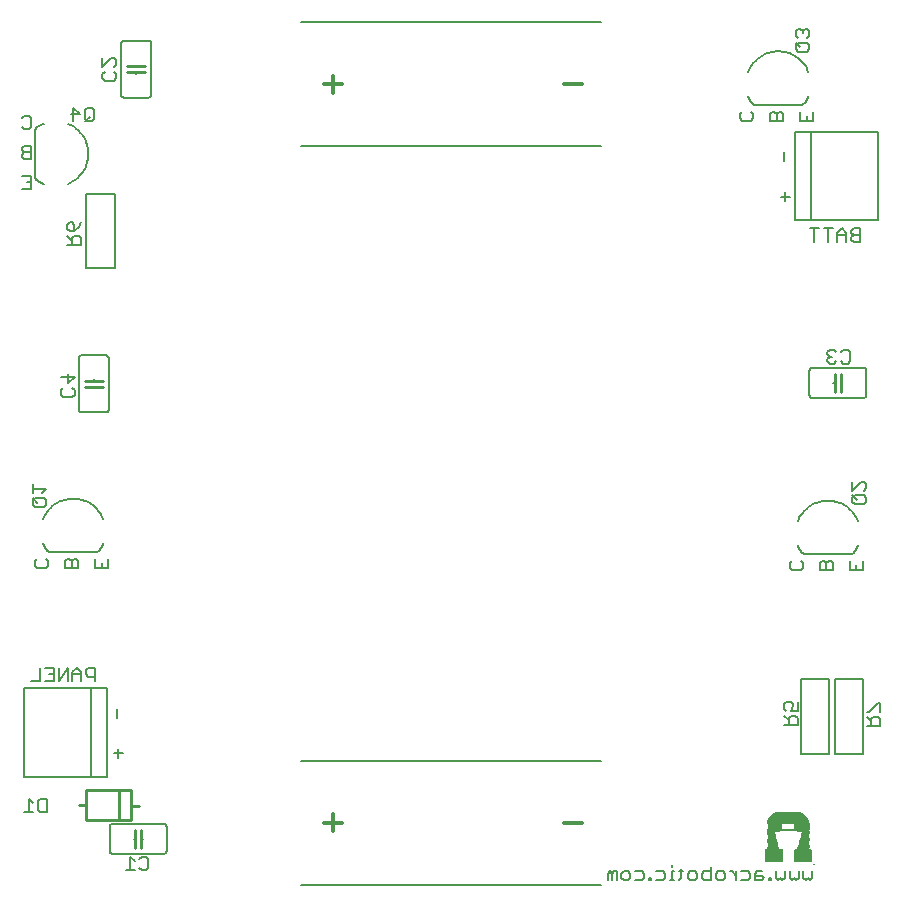
<source format=gbo>
G75*
%MOIN*%
%OFA0B0*%
%FSLAX24Y24*%
%IPPOS*%
%LPD*%
%AMOC8*
5,1,8,0,0,1.08239X$1,22.5*
%
%ADD10C,0.0050*%
%ADD11C,0.0080*%
%ADD12C,0.0100*%
%ADD13C,0.0060*%
%ADD14R,0.0539X0.0001*%
%ADD15R,0.0550X0.0001*%
%ADD16R,0.0556X0.0001*%
%ADD17R,0.0555X0.0001*%
%ADD18R,0.0561X0.0001*%
%ADD19R,0.0560X0.0001*%
%ADD20R,0.0564X0.0001*%
%ADD21R,0.0564X0.0001*%
%ADD22R,0.0568X0.0001*%
%ADD23R,0.0567X0.0001*%
%ADD24R,0.0570X0.0001*%
%ADD25R,0.0574X0.0001*%
%ADD26R,0.0576X0.0001*%
%ADD27R,0.0576X0.0001*%
%ADD28R,0.0578X0.0001*%
%ADD29R,0.0581X0.0001*%
%ADD30R,0.0580X0.0001*%
%ADD31R,0.0583X0.0001*%
%ADD32R,0.0582X0.0001*%
%ADD33R,0.0585X0.0001*%
%ADD34R,0.0586X0.0001*%
%ADD35R,0.0588X0.0001*%
%ADD36R,0.0590X0.0001*%
%ADD37R,0.0591X0.0001*%
%ADD38R,0.0593X0.0001*%
%ADD39R,0.0594X0.0001*%
%ADD40R,0.0596X0.0001*%
%ADD41R,0.0595X0.0001*%
%ADD42R,0.0597X0.0001*%
%ADD43R,0.0598X0.0001*%
%ADD44R,0.0598X0.0001*%
%ADD45R,0.0599X0.0001*%
%ADD46R,0.0601X0.0001*%
%ADD47R,0.0600X0.0001*%
%ADD48R,0.0601X0.0001*%
%ADD49R,0.0602X0.0001*%
%ADD50R,0.0602X0.0001*%
%ADD51R,0.0603X0.0001*%
%ADD52R,0.0604X0.0001*%
%ADD53R,0.0604X0.0001*%
%ADD54R,0.0605X0.0001*%
%ADD55R,0.0606X0.0001*%
%ADD56R,0.0606X0.0001*%
%ADD57R,0.0607X0.0001*%
%ADD58R,0.0607X0.0001*%
%ADD59R,0.0609X0.0001*%
%ADD60R,0.0608X0.0001*%
%ADD61R,0.0609X0.0001*%
%ADD62R,0.0610X0.0001*%
%ADD63R,0.0610X0.0001*%
%ADD64R,0.0610X0.0001*%
%ADD65R,0.0611X0.0001*%
%ADD66R,0.0611X0.0001*%
%ADD67R,0.0611X0.0001*%
%ADD68R,0.0612X0.0001*%
%ADD69R,0.0612X0.0001*%
%ADD70R,0.0613X0.0001*%
%ADD71R,0.0613X0.0001*%
%ADD72R,0.0611X0.0001*%
%ADD73R,0.0606X0.0001*%
%ADD74R,0.0610X0.0001*%
%ADD75R,0.0604X0.0001*%
%ADD76R,0.0603X0.0001*%
%ADD77R,0.0608X0.0001*%
%ADD78R,0.0602X0.0001*%
%ADD79R,0.0599X0.0001*%
%ADD80R,0.0606X0.0001*%
%ADD81R,0.0598X0.0001*%
%ADD82R,0.0604X0.0001*%
%ADD83R,0.0596X0.0001*%
%ADD84R,0.0594X0.0001*%
%ADD85R,0.0602X0.0001*%
%ADD86R,0.0594X0.0001*%
%ADD87R,0.0592X0.0001*%
%ADD88R,0.0600X0.0001*%
%ADD89R,0.0590X0.0001*%
%ADD90R,0.0589X0.0001*%
%ADD91R,0.0598X0.0001*%
%ADD92R,0.0587X0.0001*%
%ADD93R,0.0586X0.0001*%
%ADD94R,0.0595X0.0001*%
%ADD95R,0.0582X0.0001*%
%ADD96R,0.0579X0.0001*%
%ADD97R,0.0591X0.0001*%
%ADD98R,0.0577X0.0001*%
%ADD99R,0.0590X0.0001*%
%ADD100R,0.0574X0.0001*%
%ADD101R,0.0571X0.0001*%
%ADD102R,0.0569X0.0001*%
%ADD103R,0.0584X0.0001*%
%ADD104R,0.0566X0.0001*%
%ADD105R,0.0562X0.0001*%
%ADD106R,0.0581X0.0001*%
%ADD107R,0.0557X0.0001*%
%ADD108R,0.0552X0.0001*%
%ADD109R,0.0576X0.0001*%
%ADD110R,0.0544X0.0001*%
%ADD111R,0.0413X0.0001*%
%ADD112R,0.0570X0.0001*%
%ADD113R,0.0412X0.0001*%
%ADD114R,0.0412X0.0001*%
%ADD115R,0.0564X0.0001*%
%ADD116R,0.0555X0.0001*%
%ADD117R,0.0411X0.0001*%
%ADD118R,0.0411X0.0001*%
%ADD119R,0.0540X0.0001*%
%ADD120R,0.0383X0.0001*%
%ADD121R,0.0410X0.0001*%
%ADD122R,0.0410X0.0001*%
%ADD123R,0.0383X0.0001*%
%ADD124R,0.0382X0.0001*%
%ADD125R,0.0410X0.0001*%
%ADD126R,0.0409X0.0001*%
%ADD127R,0.0382X0.0001*%
%ADD128R,0.0409X0.0001*%
%ADD129R,0.0382X0.0001*%
%ADD130R,0.0408X0.0001*%
%ADD131R,0.0408X0.0001*%
%ADD132R,0.0381X0.0001*%
%ADD133R,0.0381X0.0001*%
%ADD134R,0.0407X0.0001*%
%ADD135R,0.0407X0.0001*%
%ADD136R,0.0380X0.0001*%
%ADD137R,0.0380X0.0001*%
%ADD138R,0.0406X0.0001*%
%ADD139R,0.0406X0.0001*%
%ADD140R,0.0379X0.0001*%
%ADD141R,0.0406X0.0001*%
%ADD142R,0.0406X0.0001*%
%ADD143R,0.0379X0.0001*%
%ADD144R,0.0405X0.0001*%
%ADD145R,0.0378X0.0001*%
%ADD146R,0.0404X0.0001*%
%ADD147R,0.0378X0.0001*%
%ADD148R,0.0404X0.0001*%
%ADD149R,0.0378X0.0001*%
%ADD150R,0.0403X0.0001*%
%ADD151R,0.0403X0.0001*%
%ADD152R,0.0377X0.0001*%
%ADD153R,0.0377X0.0001*%
%ADD154R,0.0402X0.0001*%
%ADD155R,0.0402X0.0001*%
%ADD156R,0.0376X0.0001*%
%ADD157R,0.0376X0.0001*%
%ADD158R,0.0402X0.0001*%
%ADD159R,0.0402X0.0001*%
%ADD160R,0.0375X0.0001*%
%ADD161R,0.0401X0.0001*%
%ADD162R,0.0375X0.0001*%
%ADD163R,0.0400X0.0001*%
%ADD164R,0.0400X0.0001*%
%ADD165R,0.0374X0.0001*%
%ADD166R,0.0399X0.0001*%
%ADD167R,0.0374X0.0001*%
%ADD168R,0.0399X0.0001*%
%ADD169R,0.0374X0.0001*%
%ADD170R,0.0398X0.0001*%
%ADD171R,0.0398X0.0001*%
%ADD172R,0.0374X0.0001*%
%ADD173R,0.0373X0.0001*%
%ADD174R,0.0398X0.0001*%
%ADD175R,0.0398X0.0001*%
%ADD176R,0.0372X0.0001*%
%ADD177R,0.0397X0.0001*%
%ADD178R,0.0372X0.0001*%
%ADD179R,0.0396X0.0001*%
%ADD180R,0.0371X0.0001*%
%ADD181R,0.0396X0.0001*%
%ADD182R,0.0371X0.0001*%
%ADD183R,0.0395X0.0001*%
%ADD184R,0.0370X0.0001*%
%ADD185R,0.0395X0.0001*%
%ADD186R,0.0370X0.0001*%
%ADD187R,0.0394X0.0001*%
%ADD188R,0.0394X0.0001*%
%ADD189R,0.0370X0.0001*%
%ADD190R,0.0394X0.0001*%
%ADD191R,0.0394X0.0001*%
%ADD192R,0.0370X0.0001*%
%ADD193R,0.0369X0.0001*%
%ADD194R,0.0393X0.0001*%
%ADD195R,0.0393X0.0001*%
%ADD196R,0.0369X0.0001*%
%ADD197R,0.0392X0.0001*%
%ADD198R,0.0368X0.0001*%
%ADD199R,0.0391X0.0001*%
%ADD200R,0.0367X0.0001*%
%ADD201R,0.0391X0.0001*%
%ADD202R,0.0367X0.0001*%
%ADD203R,0.0390X0.0001*%
%ADD204R,0.0390X0.0001*%
%ADD205R,0.0366X0.0001*%
%ADD206R,0.0366X0.0001*%
%ADD207R,0.0390X0.0001*%
%ADD208R,0.0390X0.0001*%
%ADD209R,0.0366X0.0001*%
%ADD210R,0.0366X0.0001*%
%ADD211R,0.0389X0.0001*%
%ADD212R,0.0389X0.0001*%
%ADD213R,0.0388X0.0001*%
%ADD214R,0.0365X0.0001*%
%ADD215R,0.0388X0.0001*%
%ADD216R,0.0365X0.0001*%
%ADD217R,0.0387X0.0001*%
%ADD218R,0.0364X0.0001*%
%ADD219R,0.0386X0.0001*%
%ADD220R,0.0364X0.0001*%
%ADD221R,0.0386X0.0001*%
%ADD222R,0.0363X0.0001*%
%ADD223R,0.0386X0.0001*%
%ADD224R,0.0386X0.0001*%
%ADD225R,0.0362X0.0001*%
%ADD226R,0.0362X0.0001*%
%ADD227R,0.0385X0.0001*%
%ADD228R,0.0385X0.0001*%
%ADD229R,0.0362X0.0001*%
%ADD230R,0.0384X0.0001*%
%ADD231R,0.0362X0.0001*%
%ADD232R,0.0384X0.0001*%
%ADD233R,0.0361X0.0001*%
%ADD234R,0.0361X0.0001*%
%ADD235R,0.0382X0.0001*%
%ADD236R,0.0360X0.0001*%
%ADD237R,0.0360X0.0001*%
%ADD238R,0.0359X0.0001*%
%ADD239R,0.0359X0.0001*%
%ADD240R,0.0358X0.0001*%
%ADD241R,0.0358X0.0001*%
%ADD242R,0.0379X0.0001*%
%ADD243R,0.0358X0.0001*%
%ADD244R,0.0357X0.0001*%
%ADD245R,0.0357X0.0001*%
%ADD246R,0.0378X0.0001*%
%ADD247R,0.0356X0.0001*%
%ADD248R,0.0356X0.0001*%
%ADD249R,0.0355X0.0001*%
%ADD250R,0.0376X0.0001*%
%ADD251R,0.0376X0.0001*%
%ADD252R,0.0355X0.0001*%
%ADD253R,0.0354X0.0001*%
%ADD254R,0.0354X0.0001*%
%ADD255R,0.0354X0.0001*%
%ADD256R,0.0353X0.0001*%
%ADD257R,0.0353X0.0001*%
%ADD258R,0.0373X0.0001*%
%ADD259R,0.0373X0.0001*%
%ADD260R,0.0352X0.0001*%
%ADD261R,0.0352X0.0001*%
%ADD262R,0.0351X0.0001*%
%ADD263R,0.0351X0.0001*%
%ADD264R,0.0350X0.0001*%
%ADD265R,0.0350X0.0001*%
%ADD266R,0.0370X0.0001*%
%ADD267R,0.0350X0.0001*%
%ADD268R,0.0350X0.0001*%
%ADD269R,0.0349X0.0001*%
%ADD270R,0.0368X0.0001*%
%ADD271R,0.0348X0.0001*%
%ADD272R,0.0348X0.0001*%
%ADD273R,0.0347X0.0001*%
%ADD274R,0.0347X0.0001*%
%ADD275R,0.0346X0.0001*%
%ADD276R,0.0346X0.0001*%
%ADD277R,0.0346X0.0001*%
%ADD278R,0.0346X0.0001*%
%ADD279R,0.0345X0.0001*%
%ADD280R,0.0363X0.0001*%
%ADD281R,0.0345X0.0001*%
%ADD282R,0.0344X0.0001*%
%ADD283R,0.0343X0.0001*%
%ADD284R,0.0343X0.0001*%
%ADD285R,0.0342X0.0001*%
%ADD286R,0.0342X0.0001*%
%ADD287R,0.0342X0.0001*%
%ADD288R,0.0342X0.0001*%
%ADD289R,0.0359X0.0001*%
%ADD290R,0.0359X0.0001*%
%ADD291R,0.0341X0.0001*%
%ADD292R,0.0358X0.0001*%
%ADD293R,0.0341X0.0001*%
%ADD294R,0.0340X0.0001*%
%ADD295R,0.0340X0.0001*%
%ADD296R,0.0339X0.0001*%
%ADD297R,0.0356X0.0001*%
%ADD298R,0.0338X0.0001*%
%ADD299R,0.0356X0.0001*%
%ADD300R,0.0338X0.0001*%
%ADD301R,0.0338X0.0001*%
%ADD302R,0.0338X0.0001*%
%ADD303R,0.0337X0.0001*%
%ADD304R,0.0337X0.0001*%
%ADD305R,0.0354X0.0001*%
%ADD306R,0.0353X0.0001*%
%ADD307R,0.0336X0.0001*%
%ADD308R,0.0353X0.0001*%
%ADD309R,0.0336X0.0001*%
%ADD310R,0.0335X0.0001*%
%ADD311R,0.0335X0.0001*%
%ADD312R,0.0334X0.0001*%
%ADD313R,0.0334X0.0001*%
%ADD314R,0.0334X0.0001*%
%ADD315R,0.0350X0.0001*%
%ADD316R,0.0350X0.0001*%
%ADD317R,0.0333X0.0001*%
%ADD318R,0.0333X0.0001*%
%ADD319R,0.0349X0.0001*%
%ADD320R,0.0332X0.0001*%
%ADD321R,0.0332X0.0001*%
%ADD322R,0.0331X0.0001*%
%ADD323R,0.0331X0.0001*%
%ADD324R,0.0330X0.0001*%
%ADD325R,0.0330X0.0001*%
%ADD326R,0.0330X0.0001*%
%ADD327R,0.0329X0.0001*%
%ADD328R,0.0329X0.0001*%
%ADD329R,0.0328X0.0001*%
%ADD330R,0.0328X0.0001*%
%ADD331R,0.0327X0.0001*%
%ADD332R,0.0327X0.0001*%
%ADD333R,0.0326X0.0001*%
%ADD334R,0.0326X0.0001*%
%ADD335R,0.0326X0.0001*%
%ADD336R,0.0326X0.0001*%
%ADD337R,0.0339X0.0001*%
%ADD338R,0.0325X0.0001*%
%ADD339R,0.0324X0.0001*%
%ADD340R,0.0324X0.0001*%
%ADD341R,0.0323X0.0001*%
%ADD342R,0.0323X0.0001*%
%ADD343R,0.0322X0.0001*%
%ADD344R,0.0322X0.0001*%
%ADD345R,0.0336X0.0001*%
%ADD346R,0.0336X0.0001*%
%ADD347R,0.0322X0.0001*%
%ADD348R,0.0334X0.0001*%
%ADD349R,0.0322X0.0001*%
%ADD350R,0.0321X0.0001*%
%ADD351R,0.0321X0.0001*%
%ADD352R,0.0320X0.0001*%
%ADD353R,0.0333X0.0001*%
%ADD354R,0.0333X0.0001*%
%ADD355R,0.0319X0.0001*%
%ADD356R,0.0319X0.0001*%
%ADD357R,0.0318X0.0001*%
%ADD358R,0.0318X0.0001*%
%ADD359R,0.0318X0.0001*%
%ADD360R,0.0318X0.0001*%
%ADD361R,0.0330X0.0001*%
%ADD362R,0.0330X0.0001*%
%ADD363R,0.0317X0.0001*%
%ADD364R,0.0317X0.0001*%
%ADD365R,0.0316X0.0001*%
%ADD366R,0.0316X0.0001*%
%ADD367R,0.0315X0.0001*%
%ADD368R,0.0314X0.0001*%
%ADD369R,0.0314X0.0001*%
%ADD370R,0.0314X0.0001*%
%ADD371R,0.0314X0.0001*%
%ADD372R,0.0325X0.0001*%
%ADD373R,0.0313X0.0001*%
%ADD374R,0.0313X0.0001*%
%ADD375R,0.0312X0.0001*%
%ADD376R,0.0312X0.0001*%
%ADD377R,0.0311X0.0001*%
%ADD378R,0.0311X0.0001*%
%ADD379R,0.0310X0.0001*%
%ADD380R,0.0310X0.0001*%
%ADD381R,0.0310X0.0001*%
%ADD382R,0.0320X0.0001*%
%ADD383R,0.0309X0.0001*%
%ADD384R,0.0309X0.0001*%
%ADD385R,0.0319X0.0001*%
%ADD386R,0.0319X0.0001*%
%ADD387R,0.0308X0.0001*%
%ADD388R,0.0308X0.0001*%
%ADD389R,0.0307X0.0001*%
%ADD390R,0.0307X0.0001*%
%ADD391R,0.0306X0.0001*%
%ADD392R,0.0316X0.0001*%
%ADD393R,0.0306X0.0001*%
%ADD394R,0.0316X0.0001*%
%ADD395R,0.0306X0.0001*%
%ADD396R,0.0315X0.0001*%
%ADD397R,0.0305X0.0001*%
%ADD398R,0.0305X0.0001*%
%ADD399R,0.0304X0.0001*%
%ADD400R,0.0304X0.0001*%
%ADD401R,0.0313X0.0001*%
%ADD402R,0.0303X0.0001*%
%ADD403R,0.0313X0.0001*%
%ADD404R,0.0303X0.0001*%
%ADD405R,0.0302X0.0001*%
%ADD406R,0.0302X0.0001*%
%ADD407R,0.0302X0.0001*%
%ADD408R,0.0310X0.0001*%
%ADD409R,0.0302X0.0001*%
%ADD410R,0.0301X0.0001*%
%ADD411R,0.0310X0.0001*%
%ADD412R,0.0300X0.0001*%
%ADD413R,0.0300X0.0001*%
%ADD414R,0.0299X0.0001*%
%ADD415R,0.0299X0.0001*%
%ADD416R,0.0298X0.0001*%
%ADD417R,0.0298X0.0001*%
%ADD418R,0.0298X0.0001*%
%ADD419R,0.0306X0.0001*%
%ADD420R,0.0298X0.0001*%
%ADD421R,0.0297X0.0001*%
%ADD422R,0.0297X0.0001*%
%ADD423R,0.0296X0.0001*%
%ADD424R,0.0295X0.0001*%
%ADD425R,0.0295X0.0001*%
%ADD426R,0.0294X0.0001*%
%ADD427R,0.0294X0.0001*%
%ADD428R,0.0294X0.0001*%
%ADD429R,0.0294X0.0001*%
%ADD430R,0.0301X0.0001*%
%ADD431R,0.0293X0.0001*%
%ADD432R,0.0299X0.0001*%
%ADD433R,0.0293X0.0001*%
%ADD434R,0.0299X0.0001*%
%ADD435R,0.0292X0.0001*%
%ADD436R,0.0292X0.0001*%
%ADD437R,0.0291X0.0001*%
%ADD438R,0.0290X0.0001*%
%ADD439R,0.0290X0.0001*%
%ADD440R,0.0290X0.0001*%
%ADD441R,0.0296X0.0001*%
%ADD442R,0.0290X0.0001*%
%ADD443R,0.0289X0.0001*%
%ADD444R,0.0289X0.0001*%
%ADD445R,0.0288X0.0001*%
%ADD446R,0.0288X0.0001*%
%ADD447R,0.0287X0.0001*%
%ADD448R,0.0293X0.0001*%
%ADD449R,0.0293X0.0001*%
%ADD450R,0.0287X0.0001*%
%ADD451R,0.0286X0.0001*%
%ADD452R,0.0291X0.0001*%
%ADD453R,0.0286X0.0001*%
%ADD454R,0.0286X0.0001*%
%ADD455R,0.0285X0.0001*%
%ADD456R,0.0285X0.0001*%
%ADD457R,0.0290X0.0001*%
%ADD458R,0.0290X0.0001*%
%ADD459R,0.0284X0.0001*%
%ADD460R,0.0284X0.0001*%
%ADD461R,0.0283X0.0001*%
%ADD462R,0.0283X0.0001*%
%ADD463R,0.0282X0.0001*%
%ADD464R,0.0286X0.0001*%
%ADD465R,0.0282X0.0001*%
%ADD466R,0.0282X0.0001*%
%ADD467R,0.0281X0.0001*%
%ADD468R,0.0281X0.0001*%
%ADD469R,0.0280X0.0001*%
%ADD470R,0.0280X0.0001*%
%ADD471R,0.0279X0.0001*%
%ADD472R,0.0279X0.0001*%
%ADD473R,0.0278X0.0001*%
%ADD474R,0.0282X0.0001*%
%ADD475R,0.0278X0.0001*%
%ADD476R,0.0278X0.0001*%
%ADD477R,0.0278X0.0001*%
%ADD478R,0.0277X0.0001*%
%ADD479R,0.0276X0.0001*%
%ADD480R,0.0279X0.0001*%
%ADD481R,0.0276X0.0001*%
%ADD482R,0.0275X0.0001*%
%ADD483R,0.0275X0.0001*%
%ADD484R,0.0274X0.0001*%
%ADD485R,0.0274X0.0001*%
%ADD486R,0.0277X0.0001*%
%ADD487R,0.0274X0.0001*%
%ADD488R,0.0276X0.0001*%
%ADD489R,0.0276X0.0001*%
%ADD490R,0.0274X0.0001*%
%ADD491R,0.0273X0.0001*%
%ADD492R,0.0273X0.0001*%
%ADD493R,0.0272X0.0001*%
%ADD494R,0.0271X0.0001*%
%ADD495R,0.0271X0.0001*%
%ADD496R,0.0273X0.0001*%
%ADD497R,0.0273X0.0001*%
%ADD498R,0.0270X0.0001*%
%ADD499R,0.0270X0.0001*%
%ADD500R,0.0272X0.0001*%
%ADD501R,0.0270X0.0001*%
%ADD502R,0.0270X0.0001*%
%ADD503R,0.0269X0.0001*%
%ADD504R,0.0269X0.0001*%
%ADD505R,0.0270X0.0001*%
%ADD506R,0.0268X0.0001*%
%ADD507R,0.0268X0.0001*%
%ADD508R,0.0267X0.0001*%
%ADD509R,0.0266X0.0001*%
%ADD510R,0.0266X0.0001*%
%ADD511R,0.0267X0.0001*%
%ADD512R,0.0266X0.0001*%
%ADD513R,0.0266X0.0001*%
%ADD514R,0.0265X0.0001*%
%ADD515R,0.0265X0.0001*%
%ADD516R,0.0264X0.0001*%
%ADD517R,0.0264X0.0001*%
%ADD518R,0.0263X0.0001*%
%ADD519R,0.0263X0.0001*%
%ADD520R,0.0262X0.0001*%
%ADD521R,0.0262X0.0001*%
%ADD522R,0.0262X0.0001*%
%ADD523R,0.0262X0.0001*%
%ADD524R,0.0261X0.0001*%
%ADD525R,0.0261X0.0001*%
%ADD526R,0.0260X0.0001*%
%ADD527R,0.0260X0.0001*%
%ADD528R,0.0259X0.0001*%
%ADD529R,0.0259X0.0001*%
%ADD530R,0.0259X0.0001*%
%ADD531R,0.0258X0.0001*%
%ADD532R,0.0258X0.0001*%
%ADD533R,0.0259X0.0001*%
%ADD534R,0.0258X0.0001*%
%ADD535R,0.0258X0.0001*%
%ADD536R,0.0257X0.0001*%
%ADD537R,0.0256X0.0001*%
%ADD538R,0.0257X0.0001*%
%ADD539R,0.0256X0.0001*%
%ADD540R,0.0255X0.0001*%
%ADD541R,0.0255X0.0001*%
%ADD542R,0.0256X0.0001*%
%ADD543R,0.0256X0.0001*%
%ADD544R,0.0254X0.0001*%
%ADD545R,0.0254X0.0001*%
%ADD546R,0.0254X0.0001*%
%ADD547R,0.0254X0.0001*%
%ADD548R,0.0253X0.0001*%
%ADD549R,0.0253X0.0001*%
%ADD550R,0.0252X0.0001*%
%ADD551R,0.0251X0.0001*%
%ADD552R,0.0251X0.0001*%
%ADD553R,0.0253X0.0001*%
%ADD554R,0.0250X0.0001*%
%ADD555R,0.0250X0.0001*%
%ADD556R,0.0252X0.0001*%
%ADD557R,0.0250X0.0001*%
%ADD558R,0.0250X0.0001*%
%ADD559R,0.0249X0.0001*%
%ADD560R,0.0249X0.0001*%
%ADD561R,0.0248X0.0001*%
%ADD562R,0.0247X0.0001*%
%ADD563R,0.0247X0.0001*%
%ADD564R,0.0250X0.0001*%
%ADD565R,0.0246X0.0001*%
%ADD566R,0.0246X0.0001*%
%ADD567R,0.0250X0.0001*%
%ADD568R,0.0246X0.0001*%
%ADD569R,0.0246X0.0001*%
%ADD570R,0.0245X0.0001*%
%ADD571R,0.0245X0.0001*%
%ADD572R,0.0244X0.0001*%
%ADD573R,0.0243X0.0001*%
%ADD574R,0.0243X0.0001*%
%ADD575R,0.0242X0.0001*%
%ADD576R,0.0242X0.0001*%
%ADD577R,0.0242X0.0001*%
%ADD578R,0.0242X0.0001*%
%ADD579R,0.0241X0.0001*%
%ADD580R,0.0241X0.0001*%
%ADD581R,0.0240X0.0001*%
%ADD582R,0.0240X0.0001*%
%ADD583R,0.0244X0.0001*%
%ADD584R,0.0239X0.0001*%
%ADD585R,0.0238X0.0001*%
%ADD586R,0.0238X0.0001*%
%ADD587R,0.0238X0.0001*%
%ADD588R,0.0238X0.0001*%
%ADD589R,0.0237X0.0001*%
%ADD590R,0.0237X0.0001*%
%ADD591R,0.0415X0.0001*%
%ADD592R,0.0415X0.0001*%
%ADD593R,0.1389X0.0001*%
%ADD594R,0.1389X0.0001*%
%ADD595R,0.0514X0.0001*%
%ADD596R,0.0489X0.0001*%
%ADD597R,0.0514X0.0001*%
%ADD598R,0.0489X0.0001*%
%ADD599R,0.1388X0.0001*%
%ADD600R,0.1388X0.0001*%
%ADD601R,0.1387X0.0001*%
%ADD602R,0.1387X0.0001*%
%ADD603R,0.1386X0.0001*%
%ADD604R,0.1386X0.0001*%
%ADD605R,0.1386X0.0001*%
%ADD606R,0.1385X0.0001*%
%ADD607R,0.1384X0.0001*%
%ADD608R,0.1384X0.0001*%
%ADD609R,0.1383X0.0001*%
%ADD610R,0.1383X0.0001*%
%ADD611R,0.1382X0.0001*%
%ADD612R,0.1382X0.0001*%
%ADD613R,0.1382X0.0001*%
%ADD614R,0.1381X0.0001*%
%ADD615R,0.1381X0.0001*%
%ADD616R,0.1380X0.0001*%
%ADD617R,0.1379X0.0001*%
%ADD618R,0.1379X0.0001*%
%ADD619R,0.1378X0.0001*%
%ADD620R,0.1378X0.0001*%
%ADD621R,0.1378X0.0001*%
%ADD622R,0.1376X0.0001*%
%ADD623R,0.1376X0.0001*%
%ADD624R,0.1374X0.0001*%
%ADD625R,0.1374X0.0001*%
%ADD626R,0.1373X0.0001*%
%ADD627R,0.1373X0.0001*%
%ADD628R,0.1371X0.0001*%
%ADD629R,0.1371X0.0001*%
%ADD630R,0.1370X0.0001*%
%ADD631R,0.1370X0.0001*%
%ADD632R,0.1369X0.0001*%
%ADD633R,0.1368X0.0001*%
%ADD634R,0.1368X0.0001*%
%ADD635R,0.1367X0.0001*%
%ADD636R,0.1366X0.0001*%
%ADD637R,0.1366X0.0001*%
%ADD638R,0.1365X0.0001*%
%ADD639R,0.1364X0.0001*%
%ADD640R,0.1363X0.0001*%
%ADD641R,0.1363X0.0001*%
%ADD642R,0.1362X0.0001*%
%ADD643R,0.1362X0.0001*%
%ADD644R,0.1362X0.0001*%
%ADD645R,0.1361X0.0001*%
%ADD646R,0.1360X0.0001*%
%ADD647R,0.1359X0.0001*%
%ADD648R,0.1358X0.0001*%
%ADD649R,0.1358X0.0001*%
%ADD650R,0.1358X0.0001*%
%ADD651R,0.1357X0.0001*%
%ADD652R,0.1357X0.0001*%
%ADD653R,0.1356X0.0001*%
%ADD654R,0.1355X0.0001*%
%ADD655R,0.1354X0.0001*%
%ADD656R,0.1354X0.0001*%
%ADD657R,0.1354X0.0001*%
%ADD658R,0.1353X0.0001*%
%ADD659R,0.1352X0.0001*%
%ADD660R,0.1351X0.0001*%
%ADD661R,0.1350X0.0001*%
%ADD662R,0.1348X0.0001*%
%ADD663R,0.1346X0.0001*%
%ADD664R,0.1344X0.0001*%
%ADD665R,0.1342X0.0001*%
%ADD666R,0.1341X0.0001*%
%ADD667R,0.1339X0.0001*%
%ADD668R,0.1338X0.0001*%
%ADD669R,0.1336X0.0001*%
%ADD670R,0.1334X0.0001*%
%ADD671R,0.1333X0.0001*%
%ADD672R,0.1331X0.0001*%
%ADD673R,0.1330X0.0001*%
%ADD674R,0.1328X0.0001*%
%ADD675R,0.1326X0.0001*%
%ADD676R,0.1325X0.0001*%
%ADD677R,0.1323X0.0001*%
%ADD678R,0.1322X0.0001*%
%ADD679R,0.1320X0.0001*%
%ADD680R,0.1318X0.0001*%
%ADD681R,0.1317X0.0001*%
%ADD682R,0.1315X0.0001*%
%ADD683R,0.1314X0.0001*%
%ADD684R,0.1312X0.0001*%
%ADD685R,0.1310X0.0001*%
%ADD686R,0.1309X0.0001*%
%ADD687R,0.1307X0.0001*%
%ADD688R,0.1306X0.0001*%
%ADD689R,0.1304X0.0001*%
%ADD690R,0.1302X0.0001*%
%ADD691R,0.1301X0.0001*%
%ADD692R,0.1299X0.0001*%
%ADD693R,0.1298X0.0001*%
%ADD694R,0.1296X0.0001*%
%ADD695R,0.1294X0.0001*%
%ADD696R,0.1292X0.0001*%
%ADD697R,0.1290X0.0001*%
%ADD698R,0.1289X0.0001*%
%ADD699R,0.1287X0.0001*%
%ADD700R,0.1286X0.0001*%
%ADD701R,0.1284X0.0001*%
%ADD702R,0.1282X0.0001*%
%ADD703R,0.1281X0.0001*%
%ADD704R,0.1279X0.0001*%
%ADD705R,0.1278X0.0001*%
%ADD706R,0.1276X0.0001*%
%ADD707R,0.1274X0.0001*%
%ADD708R,0.1273X0.0001*%
%ADD709R,0.1271X0.0001*%
%ADD710R,0.1270X0.0001*%
%ADD711R,0.1268X0.0001*%
%ADD712R,0.1266X0.0001*%
%ADD713R,0.1264X0.0001*%
%ADD714R,0.1262X0.0001*%
%ADD715R,0.1261X0.0001*%
%ADD716R,0.1259X0.0001*%
%ADD717R,0.1258X0.0001*%
%ADD718R,0.1256X0.0001*%
%ADD719R,0.1254X0.0001*%
%ADD720R,0.1253X0.0001*%
%ADD721R,0.1251X0.0001*%
%ADD722R,0.1250X0.0001*%
%ADD723R,0.1248X0.0001*%
%ADD724R,0.1246X0.0001*%
%ADD725R,0.1245X0.0001*%
%ADD726R,0.1243X0.0001*%
%ADD727R,0.1242X0.0001*%
%ADD728R,0.1240X0.0001*%
%ADD729R,0.1238X0.0001*%
%ADD730R,0.1237X0.0001*%
%ADD731R,0.1235X0.0001*%
%ADD732R,0.1234X0.0001*%
%ADD733R,0.1232X0.0001*%
%ADD734R,0.1230X0.0001*%
%ADD735R,0.1229X0.0001*%
%ADD736R,0.1227X0.0001*%
%ADD737R,0.1226X0.0001*%
%ADD738R,0.1224X0.0001*%
%ADD739R,0.1222X0.0001*%
%ADD740R,0.1221X0.0001*%
%ADD741R,0.1219X0.0001*%
%ADD742R,0.1218X0.0001*%
%ADD743R,0.1216X0.0001*%
%ADD744R,0.1214X0.0001*%
%ADD745R,0.1212X0.0001*%
%ADD746R,0.1210X0.0001*%
%ADD747R,0.1209X0.0001*%
%ADD748R,0.1207X0.0001*%
%ADD749R,0.1206X0.0001*%
%ADD750R,0.1204X0.0001*%
%ADD751R,0.1202X0.0001*%
%ADD752R,0.1201X0.0001*%
%ADD753R,0.1199X0.0001*%
%ADD754R,0.1198X0.0001*%
%ADD755R,0.1196X0.0001*%
%ADD756R,0.1194X0.0001*%
%ADD757R,0.1193X0.0001*%
%ADD758R,0.1191X0.0001*%
%ADD759R,0.1190X0.0001*%
%ADD760R,0.1188X0.0001*%
%ADD761R,0.1186X0.0001*%
%ADD762R,0.1184X0.0001*%
%ADD763R,0.1182X0.0001*%
%ADD764R,0.1181X0.0001*%
%ADD765R,0.1179X0.0001*%
%ADD766R,0.1178X0.0001*%
%ADD767R,0.1176X0.0001*%
%ADD768R,0.1174X0.0001*%
%ADD769R,0.1173X0.0001*%
%ADD770R,0.1171X0.0001*%
%ADD771R,0.1170X0.0001*%
%ADD772R,0.1168X0.0001*%
%ADD773R,0.1166X0.0001*%
%ADD774R,0.1165X0.0001*%
%ADD775R,0.1163X0.0001*%
%ADD776R,0.1162X0.0001*%
%ADD777R,0.1160X0.0001*%
%ADD778R,0.1158X0.0001*%
%ADD779R,0.1157X0.0001*%
%ADD780R,0.1155X0.0001*%
%ADD781R,0.1154X0.0001*%
%ADD782R,0.1152X0.0001*%
%ADD783R,0.1150X0.0001*%
%ADD784R,0.1149X0.0001*%
%ADD785R,0.1147X0.0001*%
%ADD786R,0.1146X0.0001*%
%ADD787R,0.1144X0.0001*%
%ADD788R,0.1142X0.0001*%
%ADD789R,0.1141X0.0001*%
%ADD790R,0.1139X0.0001*%
%ADD791R,0.1138X0.0001*%
%ADD792R,0.1136X0.0001*%
%ADD793R,0.1134X0.0001*%
%ADD794R,0.1132X0.0001*%
%ADD795R,0.1130X0.0001*%
%ADD796R,0.1129X0.0001*%
%ADD797R,0.1127X0.0001*%
%ADD798R,0.1126X0.0001*%
%ADD799R,0.1124X0.0001*%
%ADD800R,0.1122X0.0001*%
%ADD801R,0.1121X0.0001*%
%ADD802R,0.1119X0.0001*%
%ADD803R,0.1118X0.0001*%
%ADD804R,0.1116X0.0001*%
%ADD805R,0.1114X0.0001*%
%ADD806R,0.1113X0.0001*%
%ADD807R,0.1111X0.0001*%
%ADD808R,0.1110X0.0001*%
%ADD809R,0.1107X0.0001*%
%ADD810R,0.1106X0.0001*%
%ADD811R,0.1104X0.0001*%
%ADD812R,0.1102X0.0001*%
%ADD813R,0.1101X0.0001*%
%ADD814R,0.1099X0.0001*%
%ADD815R,0.1098X0.0001*%
%ADD816R,0.1096X0.0001*%
%ADD817R,0.1094X0.0001*%
%ADD818R,0.1093X0.0001*%
%ADD819R,0.1091X0.0001*%
%ADD820R,0.1090X0.0001*%
%ADD821R,0.1088X0.0001*%
%ADD822R,0.1086X0.0001*%
%ADD823R,0.1085X0.0001*%
%ADD824R,0.1083X0.0001*%
%ADD825R,0.1082X0.0001*%
%ADD826R,0.1080X0.0001*%
%ADD827R,0.1078X0.0001*%
%ADD828R,0.1077X0.0001*%
%ADD829R,0.1075X0.0001*%
%ADD830R,0.1074X0.0001*%
%ADD831R,0.1072X0.0001*%
%ADD832R,0.1070X0.0001*%
%ADD833R,0.1069X0.0001*%
%ADD834R,0.1067X0.0001*%
%ADD835R,0.1066X0.0001*%
%ADD836R,0.1064X0.0001*%
%ADD837R,0.1062X0.0001*%
%ADD838R,0.1061X0.0001*%
%ADD839R,0.1059X0.0001*%
%ADD840R,0.1058X0.0001*%
%ADD841R,0.1056X0.0001*%
%ADD842R,0.1054X0.0001*%
%ADD843R,0.1052X0.0001*%
%ADD844R,0.1050X0.0001*%
%ADD845R,0.1049X0.0001*%
%ADD846R,0.1047X0.0001*%
%ADD847R,0.1046X0.0001*%
%ADD848R,0.1044X0.0001*%
%ADD849R,0.1042X0.0001*%
%ADD850R,0.1041X0.0001*%
%ADD851R,0.1039X0.0001*%
%ADD852R,0.1038X0.0001*%
%ADD853R,0.1036X0.0001*%
%ADD854R,0.1034X0.0001*%
%ADD855R,0.1033X0.0001*%
%ADD856R,0.1031X0.0001*%
%ADD857R,0.1030X0.0001*%
%ADD858R,0.1027X0.0001*%
%ADD859R,0.1026X0.0001*%
%ADD860R,0.1024X0.0001*%
%ADD861R,0.1022X0.0001*%
%ADD862R,0.1021X0.0001*%
%ADD863R,0.1019X0.0001*%
%ADD864R,0.1018X0.0001*%
%ADD865R,0.1016X0.0001*%
%ADD866R,0.1014X0.0001*%
%ADD867R,0.1013X0.0001*%
%ADD868R,0.1011X0.0001*%
%ADD869R,0.1010X0.0001*%
%ADD870R,0.1008X0.0001*%
%ADD871R,0.1006X0.0001*%
%ADD872R,0.1005X0.0001*%
%ADD873R,0.1003X0.0001*%
%ADD874R,0.1002X0.0001*%
%ADD875R,0.1000X0.0001*%
%ADD876R,0.0998X0.0001*%
%ADD877R,0.0997X0.0001*%
%ADD878R,0.0995X0.0001*%
%ADD879R,0.0994X0.0001*%
%ADD880R,0.0992X0.0001*%
%ADD881R,0.0990X0.0001*%
%ADD882R,0.0989X0.0001*%
%ADD883R,0.0987X0.0001*%
%ADD884R,0.0986X0.0001*%
%ADD885R,0.0984X0.0001*%
%ADD886R,0.0982X0.0001*%
%ADD887R,0.0981X0.0001*%
%ADD888R,0.0979X0.0001*%
%ADD889R,0.0978X0.0001*%
%ADD890R,0.0976X0.0001*%
%ADD891R,0.0974X0.0001*%
%ADD892R,0.0972X0.0001*%
%ADD893R,0.0970X0.0001*%
%ADD894R,0.0969X0.0001*%
%ADD895R,0.0967X0.0001*%
%ADD896R,0.0966X0.0001*%
%ADD897R,0.0964X0.0001*%
%ADD898R,0.0962X0.0001*%
%ADD899R,0.0961X0.0001*%
%ADD900R,0.0959X0.0001*%
%ADD901R,0.0958X0.0001*%
%ADD902R,0.0956X0.0001*%
%ADD903R,0.0954X0.0001*%
%ADD904R,0.0953X0.0001*%
%ADD905R,0.0951X0.0001*%
%ADD906R,0.0950X0.0001*%
%ADD907R,0.0947X0.0001*%
%ADD908R,0.0946X0.0001*%
%ADD909R,0.0944X0.0001*%
%ADD910R,0.0942X0.0001*%
%ADD911R,0.0941X0.0001*%
%ADD912R,0.0939X0.0001*%
%ADD913R,0.0938X0.0001*%
%ADD914R,0.0936X0.0001*%
%ADD915R,0.0934X0.0001*%
%ADD916R,0.0933X0.0001*%
%ADD917R,0.0931X0.0001*%
%ADD918R,0.0930X0.0001*%
%ADD919R,0.0928X0.0001*%
%ADD920R,0.0926X0.0001*%
%ADD921R,0.0925X0.0001*%
%ADD922R,0.0923X0.0001*%
%ADD923R,0.0922X0.0001*%
%ADD924R,0.0920X0.0001*%
%ADD925R,0.0918X0.0001*%
%ADD926R,0.0917X0.0001*%
%ADD927R,0.0914X0.0001*%
%ADD928R,0.0909X0.0001*%
%ADD929R,0.0905X0.0001*%
%ADD930R,0.0901X0.0001*%
%ADD931R,0.0896X0.0001*%
%ADD932R,0.0891X0.0001*%
%ADD933R,0.0886X0.0001*%
%ADD934R,0.0882X0.0001*%
%ADD935R,0.0876X0.0001*%
%ADD936R,0.0871X0.0001*%
%ADD937R,0.0866X0.0001*%
%ADD938R,0.0860X0.0001*%
%ADD939R,0.0854X0.0001*%
%ADD940R,0.0848X0.0001*%
%ADD941R,0.0842X0.0001*%
%ADD942R,0.0835X0.0001*%
%ADD943R,0.0829X0.0001*%
%ADD944R,0.0821X0.0001*%
%ADD945R,0.0813X0.0001*%
%ADD946R,0.0804X0.0001*%
%ADD947R,0.0794X0.0001*%
%ADD948R,0.0782X0.0001*%
%ADD949R,0.0763X0.0001*%
%ADD950C,0.0000*%
%ADD951C,0.0120*%
D10*
X000471Y002642D02*
X000772Y002642D01*
X000621Y002642D02*
X000621Y003092D01*
X000772Y002942D01*
X000932Y003017D02*
X000932Y002717D01*
X001007Y002642D01*
X001232Y002642D01*
X001232Y003092D01*
X001007Y003092D01*
X000932Y003017D01*
X003446Y004609D02*
X003746Y004609D01*
X003596Y004759D02*
X003596Y004459D01*
X003561Y005794D02*
X003561Y006094D01*
X002836Y007010D02*
X002836Y007460D01*
X002610Y007460D01*
X002535Y007385D01*
X002535Y007235D01*
X002610Y007160D01*
X002836Y007160D01*
X002375Y007235D02*
X002075Y007235D01*
X002075Y007310D02*
X002075Y007010D01*
X001915Y007010D02*
X001915Y007460D01*
X001614Y007010D01*
X001614Y007460D01*
X001454Y007460D02*
X001454Y007010D01*
X001154Y007010D01*
X000994Y007010D02*
X000694Y007010D01*
X000994Y007010D02*
X000994Y007460D01*
X001154Y007460D02*
X001454Y007460D01*
X001454Y007235D02*
X001304Y007235D01*
X002075Y007310D02*
X002225Y007460D01*
X002375Y007310D01*
X002375Y007010D01*
X002273Y010781D02*
X001823Y010781D01*
X001823Y011006D01*
X001898Y011081D01*
X001973Y011081D01*
X002048Y011006D01*
X002048Y010781D01*
X002048Y011006D02*
X002123Y011081D01*
X002198Y011081D01*
X002273Y011006D01*
X002273Y010781D01*
X002823Y010781D02*
X002823Y011081D01*
X003048Y010931D02*
X003048Y010781D01*
X003273Y010781D02*
X002823Y010781D01*
X003273Y010781D02*
X003273Y011081D01*
X001273Y011006D02*
X001273Y010856D01*
X001198Y010781D01*
X000898Y010781D01*
X000823Y010856D01*
X000823Y011006D01*
X000898Y011081D01*
X001198Y011081D02*
X001273Y011006D01*
X001129Y012808D02*
X000829Y012808D01*
X000754Y012883D01*
X000754Y013033D01*
X000829Y013109D01*
X001129Y013109D01*
X001204Y013033D01*
X001204Y012883D01*
X001129Y012808D01*
X000904Y012958D02*
X000754Y013109D01*
X000754Y013269D02*
X000754Y013569D01*
X000754Y013419D02*
X001204Y013419D01*
X001054Y013269D01*
X001769Y016475D02*
X001694Y016550D01*
X001694Y016700D01*
X001769Y016775D01*
X001919Y016935D02*
X001919Y017236D01*
X001694Y017160D02*
X002144Y017160D01*
X001919Y016935D01*
X002069Y016775D02*
X002144Y016700D01*
X002144Y016550D01*
X002069Y016475D01*
X001769Y016475D01*
X001904Y021540D02*
X002355Y021540D01*
X002355Y021765D01*
X002280Y021840D01*
X002130Y021840D01*
X002055Y021765D01*
X002055Y021540D01*
X002055Y021690D02*
X001904Y021840D01*
X001979Y022000D02*
X001904Y022075D01*
X001904Y022225D01*
X001979Y022300D01*
X002055Y022300D01*
X002130Y022225D01*
X002130Y022000D01*
X001979Y022000D01*
X002130Y022000D02*
X002280Y022150D01*
X002355Y022300D01*
X000702Y023412D02*
X000402Y023412D01*
X000552Y023637D02*
X000702Y023637D01*
X000702Y023412D02*
X000702Y023863D01*
X000402Y023863D01*
X000477Y024412D02*
X000702Y024412D01*
X000702Y024863D01*
X000477Y024863D01*
X000402Y024788D01*
X000402Y024712D01*
X000477Y024637D01*
X000702Y024637D01*
X000477Y024637D02*
X000402Y024562D01*
X000402Y024487D01*
X000477Y024412D01*
X000477Y025412D02*
X000402Y025487D01*
X000477Y025412D02*
X000627Y025412D01*
X000702Y025487D01*
X000702Y025788D01*
X000627Y025863D01*
X000477Y025863D01*
X000402Y025788D01*
X002035Y025900D02*
X002336Y025900D01*
X002110Y026125D01*
X002110Y025674D01*
X002496Y025674D02*
X002646Y025825D01*
X002721Y025674D02*
X002796Y025749D01*
X002796Y026050D01*
X002721Y026125D01*
X002571Y026125D01*
X002496Y026050D01*
X002496Y025749D01*
X002571Y025674D01*
X002721Y025674D01*
X003149Y027028D02*
X003074Y027103D01*
X003074Y027253D01*
X003149Y027328D01*
X003074Y027488D02*
X003374Y027788D01*
X003449Y027788D01*
X003524Y027713D01*
X003524Y027563D01*
X003449Y027488D01*
X003449Y027328D02*
X003524Y027253D01*
X003524Y027103D01*
X003449Y027028D01*
X003149Y027028D01*
X003074Y027488D02*
X003074Y027788D01*
X009696Y028965D02*
X019696Y028965D01*
X019696Y024831D02*
X009696Y024831D01*
X024327Y025765D02*
X024327Y025916D01*
X024402Y025991D01*
X024327Y025765D02*
X024402Y025690D01*
X024702Y025690D01*
X024777Y025765D01*
X024777Y025916D01*
X024702Y025991D01*
X025327Y025916D02*
X025327Y025690D01*
X025777Y025690D01*
X025777Y025916D01*
X025702Y025991D01*
X025627Y025991D01*
X025552Y025916D01*
X025552Y025690D01*
X025552Y025916D02*
X025477Y025991D01*
X025402Y025991D01*
X025327Y025916D01*
X026327Y025991D02*
X026327Y025690D01*
X026777Y025690D01*
X026777Y025991D01*
X026552Y025841D02*
X026552Y025690D01*
X025805Y024637D02*
X025805Y024337D01*
X025840Y023302D02*
X025840Y023002D01*
X025990Y023152D02*
X025690Y023152D01*
X026655Y022102D02*
X026956Y022102D01*
X026805Y022102D02*
X026805Y021652D01*
X027266Y021652D02*
X027266Y022102D01*
X027416Y022102D02*
X027116Y022102D01*
X027576Y021952D02*
X027576Y021652D01*
X027576Y021877D02*
X027876Y021877D01*
X027876Y021952D02*
X027876Y021652D01*
X028036Y021727D02*
X028112Y021652D01*
X028337Y021652D01*
X028337Y022102D01*
X028112Y022102D01*
X028036Y022027D01*
X028036Y021952D01*
X028112Y021877D01*
X028337Y021877D01*
X028112Y021877D02*
X028036Y021802D01*
X028036Y021727D01*
X027876Y021952D02*
X027726Y022102D01*
X027576Y021952D01*
X027462Y018047D02*
X027312Y018047D01*
X027237Y017972D01*
X027237Y017897D01*
X027312Y017822D01*
X027237Y017747D01*
X027237Y017672D01*
X027312Y017596D01*
X027462Y017596D01*
X027537Y017672D01*
X027697Y017672D02*
X027772Y017596D01*
X027923Y017596D01*
X027998Y017672D01*
X027998Y017972D01*
X027923Y018047D01*
X027772Y018047D01*
X027697Y017972D01*
X027537Y017972D02*
X027462Y018047D01*
X027387Y017822D02*
X027312Y017822D01*
X028076Y013659D02*
X028076Y013359D01*
X028377Y013659D01*
X028452Y013659D01*
X028527Y013584D01*
X028527Y013434D01*
X028452Y013359D01*
X028452Y013199D02*
X028152Y013199D01*
X028076Y013124D01*
X028076Y012974D01*
X028152Y012899D01*
X028452Y012899D01*
X028527Y012974D01*
X028527Y013124D01*
X028452Y013199D01*
X028227Y013049D02*
X028076Y013199D01*
X027980Y011014D02*
X027980Y010714D01*
X028431Y010714D01*
X028431Y011014D01*
X028206Y010864D02*
X028206Y010714D01*
X027431Y010714D02*
X027431Y010939D01*
X027356Y011014D01*
X027281Y011014D01*
X027206Y010939D01*
X027206Y010714D01*
X027431Y010714D02*
X026980Y010714D01*
X026980Y010939D01*
X027055Y011014D01*
X027131Y011014D01*
X027206Y010939D01*
X026431Y010939D02*
X026431Y010789D01*
X026356Y010714D01*
X026055Y010714D01*
X025980Y010789D01*
X025980Y010939D01*
X026055Y011014D01*
X026356Y011014D02*
X026431Y010939D01*
X026245Y006320D02*
X026245Y006020D01*
X026019Y006020D01*
X026094Y006170D01*
X026094Y006245D01*
X026019Y006320D01*
X025869Y006320D01*
X025794Y006245D01*
X025794Y006095D01*
X025869Y006020D01*
X025794Y005860D02*
X025944Y005710D01*
X025944Y005785D02*
X025944Y005560D01*
X025794Y005560D02*
X026245Y005560D01*
X026245Y005785D01*
X026170Y005860D01*
X026019Y005860D01*
X025944Y005785D01*
X028550Y005820D02*
X028700Y005670D01*
X028700Y005745D02*
X028700Y005520D01*
X028550Y005520D02*
X029000Y005520D01*
X029000Y005745D01*
X028925Y005820D01*
X028775Y005820D01*
X028700Y005745D01*
X028625Y005981D02*
X028550Y005981D01*
X028625Y005981D02*
X028925Y006281D01*
X029000Y006281D01*
X029000Y005981D01*
X026738Y000668D02*
X026738Y000443D01*
X026663Y000368D01*
X026588Y000443D01*
X026513Y000368D01*
X026438Y000443D01*
X026438Y000668D01*
X026278Y000668D02*
X026278Y000443D01*
X026203Y000368D01*
X026128Y000443D01*
X026053Y000368D01*
X025978Y000443D01*
X025978Y000668D01*
X025817Y000668D02*
X025817Y000443D01*
X025742Y000368D01*
X025667Y000443D01*
X025592Y000368D01*
X025517Y000443D01*
X025517Y000668D01*
X025357Y000443D02*
X025282Y000443D01*
X025282Y000368D01*
X025357Y000368D01*
X025357Y000443D01*
X025127Y000443D02*
X025052Y000518D01*
X024827Y000518D01*
X024827Y000593D02*
X024827Y000368D01*
X025052Y000368D01*
X025127Y000443D01*
X025052Y000668D02*
X024902Y000668D01*
X024827Y000593D01*
X024667Y000593D02*
X024667Y000443D01*
X024591Y000368D01*
X024366Y000368D01*
X024206Y000368D02*
X024206Y000668D01*
X024206Y000518D02*
X024056Y000668D01*
X023981Y000668D01*
X023822Y000593D02*
X023822Y000443D01*
X023747Y000368D01*
X023597Y000368D01*
X023522Y000443D01*
X023522Y000593D01*
X023597Y000668D01*
X023747Y000668D01*
X023822Y000593D01*
X023362Y000668D02*
X023137Y000668D01*
X023062Y000593D01*
X023062Y000443D01*
X023137Y000368D01*
X023362Y000368D01*
X023362Y000818D01*
X022902Y000593D02*
X022902Y000443D01*
X022827Y000368D01*
X022676Y000368D01*
X022601Y000443D01*
X022601Y000593D01*
X022676Y000668D01*
X022827Y000668D01*
X022902Y000593D01*
X022441Y000668D02*
X022291Y000668D01*
X022366Y000743D02*
X022366Y000443D01*
X022291Y000368D01*
X022134Y000368D02*
X021984Y000368D01*
X022059Y000368D02*
X022059Y000668D01*
X022134Y000668D01*
X022059Y000818D02*
X022059Y000894D01*
X021827Y000593D02*
X021827Y000443D01*
X021752Y000368D01*
X021527Y000368D01*
X021367Y000368D02*
X021292Y000368D01*
X021292Y000443D01*
X021367Y000443D01*
X021367Y000368D01*
X021137Y000443D02*
X021062Y000368D01*
X020837Y000368D01*
X020676Y000443D02*
X020676Y000593D01*
X020601Y000668D01*
X020451Y000668D01*
X020376Y000593D01*
X020376Y000443D01*
X020451Y000368D01*
X020601Y000368D01*
X020676Y000443D01*
X020837Y000668D02*
X021062Y000668D01*
X021137Y000593D01*
X021137Y000443D01*
X021527Y000668D02*
X021752Y000668D01*
X021827Y000593D01*
X020216Y000668D02*
X020216Y000368D01*
X020066Y000368D02*
X020066Y000593D01*
X019991Y000668D01*
X019916Y000593D01*
X019916Y000368D01*
X019696Y000225D02*
X009696Y000225D01*
X009696Y004359D02*
X019696Y004359D01*
X020141Y000668D02*
X020066Y000593D01*
X020141Y000668D02*
X020216Y000668D01*
X024366Y000668D02*
X024591Y000668D01*
X024667Y000593D01*
X004606Y000786D02*
X004531Y000711D01*
X004381Y000711D01*
X004306Y000786D01*
X004146Y000711D02*
X003846Y000711D01*
X003996Y000711D02*
X003996Y001161D01*
X004146Y001011D01*
X004306Y001086D02*
X004381Y001161D01*
X004531Y001161D01*
X004606Y001086D01*
X004606Y000786D01*
X026262Y027993D02*
X026187Y028068D01*
X026187Y028218D01*
X026262Y028294D01*
X026562Y028294D01*
X026637Y028218D01*
X026637Y028068D01*
X026562Y027993D01*
X026262Y027993D01*
X026337Y028143D02*
X026187Y028294D01*
X026262Y028454D02*
X026187Y028529D01*
X026187Y028679D01*
X026262Y028754D01*
X026337Y028754D01*
X026412Y028679D01*
X026412Y028604D01*
X026412Y028679D02*
X026487Y028754D01*
X026562Y028754D01*
X026637Y028679D01*
X026637Y028529D01*
X026562Y028454D01*
D11*
X026602Y027326D02*
X026576Y027385D01*
X026547Y027442D01*
X026515Y027497D01*
X026479Y027551D01*
X026441Y027602D01*
X026399Y027650D01*
X026355Y027696D01*
X026307Y027740D01*
X026258Y027780D01*
X026206Y027818D01*
X026152Y027852D01*
X026096Y027883D01*
X026038Y027911D01*
X025978Y027935D01*
X025918Y027956D01*
X025856Y027973D01*
X025793Y027986D01*
X025730Y027995D01*
X025666Y028001D01*
X025602Y028003D01*
X025538Y028001D01*
X025474Y027995D01*
X025411Y027986D01*
X025348Y027973D01*
X025286Y027956D01*
X025226Y027935D01*
X025166Y027911D01*
X025108Y027883D01*
X025052Y027852D01*
X024998Y027818D01*
X024946Y027780D01*
X024897Y027740D01*
X024849Y027696D01*
X024805Y027650D01*
X024763Y027602D01*
X024725Y027551D01*
X024689Y027497D01*
X024657Y027442D01*
X024628Y027385D01*
X024602Y027326D01*
X024602Y026526D02*
X024610Y026489D01*
X024620Y026454D01*
X024634Y026419D01*
X024650Y026386D01*
X024669Y026354D01*
X024691Y026324D01*
X024716Y026296D01*
X024742Y026270D01*
X024771Y026247D01*
X024802Y026226D01*
X026402Y026226D01*
X026433Y026247D01*
X026462Y026270D01*
X026488Y026296D01*
X026513Y026324D01*
X026535Y026354D01*
X026554Y026386D01*
X026570Y026419D01*
X026584Y026454D01*
X026594Y026489D01*
X026602Y026526D01*
X026708Y025323D02*
X026173Y025323D01*
X026173Y022371D01*
X026708Y022371D01*
X026708Y025323D01*
X028929Y025323D01*
X028929Y022371D01*
X026708Y022371D01*
X026740Y017457D02*
X028440Y017457D01*
X028457Y017455D01*
X028474Y017451D01*
X028490Y017444D01*
X028504Y017434D01*
X028517Y017421D01*
X028527Y017407D01*
X028534Y017391D01*
X028538Y017374D01*
X028540Y017357D01*
X028540Y016557D01*
X028538Y016540D01*
X028534Y016523D01*
X028527Y016507D01*
X028517Y016493D01*
X028504Y016480D01*
X028490Y016470D01*
X028474Y016463D01*
X028457Y016459D01*
X028440Y016457D01*
X026740Y016457D01*
X026723Y016459D01*
X026706Y016463D01*
X026690Y016470D01*
X026676Y016480D01*
X026663Y016493D01*
X026653Y016507D01*
X026646Y016523D01*
X026642Y016540D01*
X026640Y016557D01*
X026640Y017357D01*
X026642Y017374D01*
X026646Y017391D01*
X026653Y017407D01*
X026663Y017421D01*
X026676Y017434D01*
X026690Y017444D01*
X026706Y017451D01*
X026723Y017455D01*
X026740Y017457D01*
X026255Y012349D02*
X026281Y012408D01*
X026310Y012465D01*
X026342Y012520D01*
X026378Y012574D01*
X026416Y012625D01*
X026458Y012673D01*
X026502Y012719D01*
X026550Y012763D01*
X026599Y012803D01*
X026651Y012841D01*
X026705Y012875D01*
X026761Y012906D01*
X026819Y012934D01*
X026879Y012958D01*
X026939Y012979D01*
X027001Y012996D01*
X027064Y013009D01*
X027127Y013018D01*
X027191Y013024D01*
X027255Y013026D01*
X027319Y013024D01*
X027383Y013018D01*
X027446Y013009D01*
X027509Y012996D01*
X027571Y012979D01*
X027631Y012958D01*
X027691Y012934D01*
X027749Y012906D01*
X027805Y012875D01*
X027859Y012841D01*
X027911Y012803D01*
X027960Y012763D01*
X028008Y012719D01*
X028052Y012673D01*
X028094Y012625D01*
X028132Y012574D01*
X028168Y012520D01*
X028200Y012465D01*
X028229Y012408D01*
X028255Y012349D01*
X028255Y011550D02*
X028247Y011513D01*
X028237Y011478D01*
X028223Y011443D01*
X028207Y011410D01*
X028188Y011378D01*
X028166Y011348D01*
X028141Y011320D01*
X028115Y011294D01*
X028086Y011271D01*
X028055Y011250D01*
X028055Y011249D02*
X026455Y011249D01*
X026456Y011250D02*
X026425Y011271D01*
X026396Y011294D01*
X026370Y011320D01*
X026345Y011348D01*
X026323Y011378D01*
X026304Y011410D01*
X026288Y011443D01*
X026274Y011478D01*
X026264Y011513D01*
X026256Y011550D01*
X026350Y007075D02*
X026350Y004595D01*
X027295Y004595D01*
X027295Y007075D01*
X026350Y007075D01*
X027492Y007075D02*
X027492Y004595D01*
X028437Y004595D01*
X028437Y007075D01*
X027492Y007075D01*
X005211Y002160D02*
X005211Y001360D01*
X005209Y001343D01*
X005205Y001326D01*
X005198Y001310D01*
X005188Y001296D01*
X005175Y001283D01*
X005161Y001273D01*
X005145Y001266D01*
X005128Y001262D01*
X005111Y001260D01*
X003411Y001260D01*
X003394Y001262D01*
X003377Y001266D01*
X003361Y001273D01*
X003347Y001283D01*
X003334Y001296D01*
X003324Y001310D01*
X003317Y001326D01*
X003313Y001343D01*
X003311Y001360D01*
X003311Y002160D01*
X003313Y002177D01*
X003317Y002194D01*
X003324Y002210D01*
X003334Y002224D01*
X003347Y002237D01*
X003361Y002247D01*
X003377Y002254D01*
X003394Y002258D01*
X003411Y002260D01*
X005111Y002260D01*
X005128Y002258D01*
X005145Y002254D01*
X005161Y002247D01*
X005175Y002237D01*
X005188Y002224D01*
X005198Y002210D01*
X005205Y002194D01*
X005209Y002177D01*
X005211Y002160D01*
X003220Y003827D02*
X002685Y003827D01*
X002685Y006780D01*
X003220Y006780D01*
X003220Y003827D01*
X002685Y003827D02*
X000464Y003827D01*
X000464Y006780D01*
X002685Y006780D01*
X002898Y011316D02*
X001298Y011316D01*
X001298Y011317D02*
X001267Y011338D01*
X001238Y011361D01*
X001212Y011387D01*
X001187Y011415D01*
X001165Y011445D01*
X001146Y011477D01*
X001130Y011510D01*
X001116Y011545D01*
X001106Y011580D01*
X001098Y011617D01*
X001098Y012416D02*
X001124Y012475D01*
X001153Y012532D01*
X001185Y012587D01*
X001221Y012641D01*
X001259Y012692D01*
X001301Y012740D01*
X001345Y012786D01*
X001393Y012830D01*
X001442Y012870D01*
X001494Y012908D01*
X001548Y012942D01*
X001604Y012973D01*
X001662Y013001D01*
X001722Y013025D01*
X001782Y013046D01*
X001844Y013063D01*
X001907Y013076D01*
X001970Y013085D01*
X002034Y013091D01*
X002098Y013093D01*
X002162Y013091D01*
X002226Y013085D01*
X002289Y013076D01*
X002352Y013063D01*
X002414Y013046D01*
X002474Y013025D01*
X002534Y013001D01*
X002592Y012973D01*
X002648Y012942D01*
X002702Y012908D01*
X002754Y012870D01*
X002803Y012830D01*
X002851Y012786D01*
X002895Y012740D01*
X002937Y012692D01*
X002975Y012641D01*
X003011Y012587D01*
X003043Y012532D01*
X003072Y012475D01*
X003098Y012416D01*
X003098Y011617D02*
X003090Y011580D01*
X003080Y011545D01*
X003066Y011510D01*
X003050Y011477D01*
X003031Y011445D01*
X003009Y011415D01*
X002984Y011387D01*
X002958Y011361D01*
X002929Y011338D01*
X002898Y011317D01*
X003187Y015972D02*
X002387Y015972D01*
X002370Y015974D01*
X002353Y015978D01*
X002337Y015985D01*
X002323Y015995D01*
X002310Y016008D01*
X002300Y016022D01*
X002293Y016038D01*
X002289Y016055D01*
X002287Y016072D01*
X002287Y017772D01*
X002289Y017789D01*
X002293Y017806D01*
X002300Y017822D01*
X002310Y017836D01*
X002323Y017849D01*
X002337Y017859D01*
X002353Y017866D01*
X002370Y017870D01*
X002387Y017872D01*
X003187Y017872D01*
X003204Y017870D01*
X003221Y017866D01*
X003237Y017859D01*
X003251Y017849D01*
X003264Y017836D01*
X003274Y017822D01*
X003281Y017806D01*
X003285Y017789D01*
X003287Y017772D01*
X003287Y016072D01*
X003285Y016055D01*
X003281Y016038D01*
X003274Y016022D01*
X003264Y016008D01*
X003251Y015995D01*
X003237Y015985D01*
X003221Y015978D01*
X003204Y015974D01*
X003187Y015972D01*
X003484Y020772D02*
X002539Y020772D01*
X002539Y023253D01*
X003484Y023253D01*
X003484Y020772D01*
X000827Y023787D02*
X000827Y025387D01*
X000848Y025418D01*
X000871Y025447D01*
X000897Y025473D01*
X000925Y025498D01*
X000955Y025520D01*
X000987Y025539D01*
X001020Y025555D01*
X001055Y025569D01*
X001090Y025579D01*
X001127Y025587D01*
X001927Y025587D02*
X001986Y025561D01*
X002043Y025532D01*
X002098Y025500D01*
X002152Y025464D01*
X002203Y025426D01*
X002251Y025384D01*
X002297Y025340D01*
X002341Y025292D01*
X002381Y025243D01*
X002419Y025191D01*
X002453Y025137D01*
X002484Y025081D01*
X002512Y025023D01*
X002536Y024963D01*
X002557Y024903D01*
X002574Y024841D01*
X002587Y024778D01*
X002596Y024715D01*
X002602Y024651D01*
X002604Y024587D01*
X002602Y024523D01*
X002596Y024459D01*
X002587Y024396D01*
X002574Y024333D01*
X002557Y024271D01*
X002536Y024211D01*
X002512Y024151D01*
X002484Y024093D01*
X002453Y024037D01*
X002419Y023983D01*
X002381Y023931D01*
X002341Y023882D01*
X002297Y023834D01*
X002251Y023790D01*
X002203Y023748D01*
X002152Y023710D01*
X002098Y023674D01*
X002043Y023642D01*
X001986Y023613D01*
X001927Y023587D01*
X001127Y023587D02*
X001090Y023595D01*
X001055Y023605D01*
X001020Y023619D01*
X000987Y023635D01*
X000955Y023654D01*
X000925Y023676D01*
X000897Y023701D01*
X000871Y023727D01*
X000848Y023756D01*
X000827Y023787D01*
X003702Y026562D02*
X003702Y028262D01*
X003704Y028279D01*
X003708Y028296D01*
X003715Y028312D01*
X003725Y028326D01*
X003738Y028339D01*
X003752Y028349D01*
X003768Y028356D01*
X003785Y028360D01*
X003802Y028362D01*
X004602Y028362D01*
X004619Y028360D01*
X004636Y028356D01*
X004652Y028349D01*
X004666Y028339D01*
X004679Y028326D01*
X004689Y028312D01*
X004696Y028296D01*
X004700Y028279D01*
X004702Y028262D01*
X004702Y026562D01*
X004700Y026545D01*
X004696Y026528D01*
X004689Y026512D01*
X004679Y026498D01*
X004666Y026485D01*
X004652Y026475D01*
X004636Y026468D01*
X004619Y026464D01*
X004602Y026462D01*
X003802Y026462D01*
X003785Y026464D01*
X003768Y026468D01*
X003752Y026475D01*
X003738Y026485D01*
X003725Y026498D01*
X003715Y026512D01*
X003708Y026528D01*
X003704Y026545D01*
X003702Y026562D01*
D12*
X002529Y002882D02*
X002529Y002382D01*
X003629Y002382D01*
X003629Y003382D01*
X004029Y003382D01*
X004029Y002832D01*
X004279Y002832D01*
X004029Y002832D02*
X004029Y002382D01*
X003629Y002382D01*
X004161Y002060D02*
X004161Y001760D01*
X004161Y001460D01*
X004361Y001460D02*
X004361Y001760D01*
X004361Y002060D01*
X003629Y003382D02*
X002529Y003382D01*
X002529Y002882D01*
X002279Y002882D01*
X002487Y016822D02*
X002787Y016822D01*
X003087Y016822D01*
X003087Y017022D02*
X002787Y017022D01*
X002487Y017022D01*
X003902Y027312D02*
X004202Y027312D01*
X004502Y027312D01*
X004502Y027512D02*
X004202Y027512D01*
X003902Y027512D01*
X027490Y017257D02*
X027490Y016957D01*
X027490Y016657D01*
X027690Y016657D02*
X027690Y016957D01*
X027690Y017257D01*
D13*
X027690Y016957D02*
X027740Y016957D01*
X027490Y016957D02*
X027440Y016957D01*
X004411Y001760D02*
X004361Y001760D01*
X004161Y001760D02*
X004111Y001760D01*
X002787Y016772D02*
X002787Y016822D01*
X002787Y017022D02*
X002787Y017072D01*
X004202Y027262D02*
X004202Y027312D01*
X004202Y027512D02*
X004202Y027562D01*
D14*
X025446Y000966D03*
X026433Y000966D03*
D15*
X026433Y000967D03*
X025446Y000967D03*
X025446Y001370D03*
D16*
X026433Y000967D03*
D17*
X025446Y000967D03*
D18*
X026433Y000968D03*
D19*
X025446Y000968D03*
X025446Y001368D03*
D20*
X026433Y000969D03*
D21*
X025446Y000969D03*
D22*
X026433Y000970D03*
D23*
X025446Y000970D03*
X025446Y001367D03*
D24*
X025446Y000971D03*
X026433Y000971D03*
D25*
X026433Y000971D03*
X025446Y000971D03*
X025446Y001365D03*
D26*
X026433Y000972D03*
D27*
X025446Y000972D03*
D28*
X025446Y000973D03*
X025446Y001363D03*
X026433Y000973D03*
D29*
X026433Y000974D03*
D30*
X025446Y000974D03*
D31*
X026433Y000975D03*
X026433Y001356D03*
D32*
X025446Y001362D03*
X025446Y000975D03*
D33*
X025446Y000975D03*
X026433Y000975D03*
D34*
X026433Y000976D03*
X025446Y000976D03*
X025446Y001360D03*
D35*
X025446Y001359D03*
X025446Y000977D03*
X026433Y000977D03*
D36*
X026433Y000978D03*
X025446Y000978D03*
D37*
X025446Y000979D03*
X026433Y000979D03*
D38*
X026433Y000979D03*
X025446Y000979D03*
X025446Y001357D03*
D39*
X025446Y000980D03*
X026433Y000980D03*
D40*
X026433Y000981D03*
D41*
X025446Y000981D03*
D42*
X025446Y000982D03*
X025446Y001355D03*
X026433Y000982D03*
D43*
X026433Y000983D03*
X026433Y001348D03*
D44*
X025446Y000983D03*
D45*
X025446Y000983D03*
X025446Y001353D03*
X026433Y000983D03*
D46*
X026433Y000984D03*
D47*
X025446Y000984D03*
D48*
X025446Y000985D03*
X025446Y001351D03*
X026433Y001347D03*
X026433Y000985D03*
D49*
X026433Y000986D03*
X026433Y001345D03*
D50*
X025446Y001350D03*
X025446Y000987D03*
X025446Y000986D03*
D51*
X026433Y000987D03*
D52*
X026433Y000987D03*
D53*
X025446Y000987D03*
D54*
X025446Y000988D03*
X025446Y001348D03*
X026433Y001343D03*
X026433Y000988D03*
D55*
X026433Y000989D03*
X026433Y001342D03*
X025446Y001347D03*
X025446Y000990D03*
X025446Y000989D03*
D56*
X026433Y000990D03*
D57*
X026433Y000991D03*
X025446Y000991D03*
D58*
X025446Y000991D03*
X025446Y001345D03*
X025446Y001346D03*
X026433Y001340D03*
X026433Y000991D03*
D59*
X026433Y000992D03*
X026433Y000993D03*
X026433Y001339D03*
X025446Y001343D03*
X025446Y001343D03*
X025446Y000993D03*
D60*
X025446Y000992D03*
X026433Y001339D03*
D61*
X026433Y001338D03*
X026433Y000994D03*
X025446Y000994D03*
D62*
X026433Y000995D03*
X026433Y001337D03*
D63*
X025446Y001342D03*
X025446Y000995D03*
D64*
X025446Y000995D03*
X025446Y000996D03*
X025446Y000997D03*
X025446Y001339D03*
X025446Y001340D03*
X026433Y001336D03*
X026433Y001335D03*
X026433Y001335D03*
X026433Y000996D03*
X026433Y000995D03*
D65*
X026433Y000997D03*
D66*
X026433Y000998D03*
X026433Y001334D03*
D67*
X025446Y000998D03*
D68*
X025446Y000999D03*
X025446Y000999D03*
X025446Y001000D03*
X025446Y001002D03*
X025446Y001335D03*
X025446Y001335D03*
X025446Y001336D03*
X025446Y001337D03*
X026433Y001333D03*
X026433Y001332D03*
X026433Y001331D03*
X026433Y001330D03*
X026433Y001000D03*
X026433Y000999D03*
X026433Y000999D03*
D69*
X026433Y001001D03*
X026433Y001331D03*
X025446Y001338D03*
X025446Y001001D03*
D70*
X025446Y001003D03*
X025446Y001003D03*
X025446Y001005D03*
X025446Y001006D03*
X025446Y001007D03*
X025446Y001008D03*
X025446Y001009D03*
X025446Y001010D03*
X025446Y001011D03*
X025446Y001012D03*
X025446Y001013D03*
X025446Y001015D03*
X025446Y001015D03*
X025446Y001016D03*
X025446Y001017D03*
X025446Y001019D03*
X025446Y001019D03*
X025446Y001020D03*
X025446Y001022D03*
X025446Y001023D03*
X025446Y001023D03*
X025446Y001025D03*
X025446Y001026D03*
X025446Y001027D03*
X025446Y001028D03*
X025446Y001029D03*
X025446Y001030D03*
X025446Y001031D03*
X025446Y001032D03*
X025446Y001033D03*
X025446Y001035D03*
X025446Y001035D03*
X025446Y001036D03*
X025446Y001037D03*
X025446Y001039D03*
X025446Y001039D03*
X025446Y001040D03*
X025446Y001042D03*
X025446Y001043D03*
X025446Y001043D03*
X025446Y001045D03*
X025446Y001046D03*
X025446Y001047D03*
X025446Y001048D03*
X025446Y001049D03*
X025446Y001050D03*
X025446Y001051D03*
X025446Y001052D03*
X025446Y001053D03*
X025446Y001055D03*
X025446Y001055D03*
X025446Y001056D03*
X025446Y001057D03*
X025446Y001059D03*
X025446Y001059D03*
X025446Y001060D03*
X025446Y001062D03*
X025446Y001063D03*
X025446Y001063D03*
X025446Y001065D03*
X025446Y001066D03*
X025446Y001067D03*
X025446Y001068D03*
X025446Y001069D03*
X025446Y001070D03*
X025446Y001071D03*
X025446Y001072D03*
X025446Y001073D03*
X025446Y001075D03*
X025446Y001075D03*
X025446Y001076D03*
X025446Y001077D03*
X025446Y001079D03*
X025446Y001079D03*
X025446Y001080D03*
X025446Y001082D03*
X025446Y001083D03*
X025446Y001083D03*
X025446Y001085D03*
X025446Y001086D03*
X025446Y001087D03*
X025446Y001088D03*
X025446Y001089D03*
X025446Y001090D03*
X025446Y001091D03*
X025446Y001092D03*
X025446Y001093D03*
X025446Y001095D03*
X025446Y001095D03*
X025446Y001096D03*
X025446Y001097D03*
X025446Y001099D03*
X025446Y001099D03*
X025446Y001100D03*
X025446Y001102D03*
X025446Y001103D03*
X025446Y001103D03*
X025446Y001105D03*
X025446Y001106D03*
X025446Y001107D03*
X025446Y001108D03*
X025446Y001109D03*
X025446Y001110D03*
X025446Y001111D03*
X025446Y001112D03*
X025446Y001113D03*
X025446Y001115D03*
X025446Y001115D03*
X025446Y001116D03*
X025446Y001117D03*
X025446Y001119D03*
X025446Y001119D03*
X025446Y001120D03*
X025446Y001122D03*
X025446Y001123D03*
X025446Y001123D03*
X025446Y001125D03*
X025446Y001126D03*
X025446Y001127D03*
X025446Y001128D03*
X025446Y001129D03*
X025446Y001130D03*
X025446Y001131D03*
X025446Y001132D03*
X025446Y001133D03*
X025446Y001135D03*
X025446Y001135D03*
X025446Y001136D03*
X025446Y001137D03*
X025446Y001139D03*
X025446Y001139D03*
X025446Y001140D03*
X025446Y001142D03*
X025446Y001143D03*
X025446Y001143D03*
X025446Y001145D03*
X025446Y001146D03*
X025446Y001147D03*
X025446Y001148D03*
X025446Y001149D03*
X025446Y001150D03*
X025446Y001151D03*
X025446Y001152D03*
X025446Y001153D03*
X025446Y001155D03*
X025446Y001155D03*
X025446Y001156D03*
X025446Y001157D03*
X025446Y001159D03*
X025446Y001159D03*
X025446Y001160D03*
X025446Y001162D03*
X025446Y001163D03*
X025446Y001163D03*
X025446Y001165D03*
X025446Y001166D03*
X025446Y001167D03*
X025446Y001168D03*
X025446Y001169D03*
X025446Y001170D03*
X025446Y001171D03*
X025446Y001172D03*
X025446Y001173D03*
X025446Y001175D03*
X025446Y001175D03*
X025446Y001176D03*
X025446Y001177D03*
X025446Y001179D03*
X025446Y001179D03*
X025446Y001180D03*
X025446Y001182D03*
X025446Y001183D03*
X025446Y001183D03*
X025446Y001185D03*
X025446Y001186D03*
X025446Y001187D03*
X025446Y001188D03*
X025446Y001189D03*
X025446Y001190D03*
X025446Y001191D03*
X025446Y001192D03*
X025446Y001193D03*
X025446Y001195D03*
X025446Y001195D03*
X025446Y001196D03*
X025446Y001197D03*
X025446Y001199D03*
X025446Y001199D03*
X025446Y001200D03*
X025446Y001202D03*
X025446Y001203D03*
X025446Y001203D03*
X025446Y001205D03*
X025446Y001206D03*
X025446Y001207D03*
X025446Y001208D03*
X025446Y001209D03*
X025446Y001210D03*
X025446Y001211D03*
X025446Y001212D03*
X025446Y001213D03*
X025446Y001215D03*
X025446Y001215D03*
X025446Y001216D03*
X025446Y001217D03*
X025446Y001219D03*
X025446Y001219D03*
X025446Y001220D03*
X025446Y001222D03*
X025446Y001223D03*
X025446Y001223D03*
X025446Y001225D03*
X025446Y001226D03*
X025446Y001227D03*
X025446Y001228D03*
X025446Y001229D03*
X025446Y001230D03*
X025446Y001231D03*
X025446Y001232D03*
X025446Y001233D03*
X025446Y001235D03*
X025446Y001235D03*
X025446Y001236D03*
X025446Y001237D03*
X025446Y001239D03*
X025446Y001239D03*
X025446Y001240D03*
X025446Y001242D03*
X025446Y001243D03*
X025446Y001243D03*
X025446Y001245D03*
X025446Y001246D03*
X025446Y001247D03*
X025446Y001248D03*
X025446Y001249D03*
X025446Y001250D03*
X025446Y001251D03*
X025446Y001252D03*
X025446Y001253D03*
X025446Y001255D03*
X025446Y001255D03*
X025446Y001256D03*
X025446Y001257D03*
X025446Y001259D03*
X025446Y001259D03*
X025446Y001260D03*
X025446Y001262D03*
X025446Y001263D03*
X025446Y001263D03*
X025446Y001265D03*
X025446Y001266D03*
X025446Y001267D03*
X025446Y001268D03*
X025446Y001269D03*
X025446Y001270D03*
X025446Y001271D03*
X025446Y001272D03*
X025446Y001273D03*
X025446Y001275D03*
X025446Y001275D03*
X025446Y001276D03*
X025446Y001277D03*
X025446Y001279D03*
X025446Y001279D03*
X025446Y001280D03*
X025446Y001282D03*
X025446Y001283D03*
X025446Y001283D03*
X025446Y001285D03*
X025446Y001286D03*
X025446Y001287D03*
X025446Y001288D03*
X025446Y001289D03*
X025446Y001290D03*
X025446Y001291D03*
X025446Y001292D03*
X025446Y001293D03*
X025446Y001295D03*
X025446Y001295D03*
X025446Y001296D03*
X025446Y001297D03*
X025446Y001299D03*
X025446Y001299D03*
X025446Y001300D03*
X025446Y001302D03*
X025446Y001303D03*
X025446Y001303D03*
X025446Y001305D03*
X025446Y001306D03*
X025446Y001307D03*
X025446Y001308D03*
X025446Y001309D03*
X025446Y001310D03*
X025446Y001311D03*
X025446Y001312D03*
X025446Y001313D03*
X025446Y001315D03*
X025446Y001315D03*
X025446Y001316D03*
X025446Y001317D03*
X025446Y001319D03*
X025446Y001319D03*
X025446Y001320D03*
X025446Y001322D03*
X025446Y001323D03*
X025446Y001323D03*
X025446Y001325D03*
X025446Y001326D03*
X025446Y001327D03*
X025446Y001328D03*
X025446Y001329D03*
X025446Y001330D03*
X025446Y001331D03*
X025446Y001332D03*
X025446Y001333D03*
X026433Y001329D03*
X026433Y001328D03*
X026433Y001327D03*
X026433Y001326D03*
X026433Y001325D03*
X026433Y001323D03*
X026433Y001323D03*
X026433Y001322D03*
X026433Y001320D03*
X026433Y001319D03*
X026433Y001319D03*
X026433Y001317D03*
X026433Y001316D03*
X026433Y001315D03*
X026433Y001315D03*
X026433Y001313D03*
X026433Y001312D03*
X026433Y001311D03*
X026433Y001310D03*
X026433Y001309D03*
X026433Y001308D03*
X026433Y001307D03*
X026433Y001306D03*
X026433Y001305D03*
X026433Y001303D03*
X026433Y001303D03*
X026433Y001302D03*
X026433Y001300D03*
X026433Y001299D03*
X026433Y001299D03*
X026433Y001297D03*
X026433Y001296D03*
X026433Y001295D03*
X026433Y001295D03*
X026433Y001293D03*
X026433Y001292D03*
X026433Y001291D03*
X026433Y001290D03*
X026433Y001289D03*
X026433Y001288D03*
X026433Y001287D03*
X026433Y001286D03*
X026433Y001285D03*
X026433Y001283D03*
X026433Y001283D03*
X026433Y001282D03*
X026433Y001280D03*
X026433Y001279D03*
X026433Y001279D03*
X026433Y001277D03*
X026433Y001276D03*
X026433Y001275D03*
X026433Y001275D03*
X026433Y001273D03*
X026433Y001272D03*
X026433Y001271D03*
X026433Y001270D03*
X026433Y001269D03*
X026433Y001268D03*
X026433Y001267D03*
X026433Y001266D03*
X026433Y001265D03*
X026433Y001263D03*
X026433Y001263D03*
X026433Y001262D03*
X026433Y001260D03*
X026433Y001259D03*
X026433Y001259D03*
X026433Y001257D03*
X026433Y001256D03*
X026433Y001255D03*
X026433Y001255D03*
X026433Y001253D03*
X026433Y001252D03*
X026433Y001251D03*
X026433Y001250D03*
X026433Y001249D03*
X026433Y001248D03*
X026433Y001247D03*
X026433Y001246D03*
X026433Y001245D03*
X026433Y001243D03*
X026433Y001243D03*
X026433Y001242D03*
X026433Y001240D03*
X026433Y001239D03*
X026433Y001239D03*
X026433Y001237D03*
X026433Y001236D03*
X026433Y001235D03*
X026433Y001235D03*
X026433Y001233D03*
X026433Y001232D03*
X026433Y001231D03*
X026433Y001230D03*
X026433Y001229D03*
X026433Y001228D03*
X026433Y001227D03*
X026433Y001226D03*
X026433Y001225D03*
X026433Y001223D03*
X026433Y001223D03*
X026433Y001222D03*
X026433Y001220D03*
X026433Y001219D03*
X026433Y001219D03*
X026433Y001217D03*
X026433Y001216D03*
X026433Y001215D03*
X026433Y001215D03*
X026433Y001213D03*
X026433Y001212D03*
X026433Y001211D03*
X026433Y001210D03*
X026433Y001209D03*
X026433Y001208D03*
X026433Y001207D03*
X026433Y001206D03*
X026433Y001205D03*
X026433Y001203D03*
X026433Y001203D03*
X026433Y001202D03*
X026433Y001200D03*
X026433Y001199D03*
X026433Y001199D03*
X026433Y001197D03*
X026433Y001196D03*
X026433Y001195D03*
X026433Y001195D03*
X026433Y001193D03*
X026433Y001192D03*
X026433Y001191D03*
X026433Y001190D03*
X026433Y001189D03*
X026433Y001188D03*
X026433Y001187D03*
X026433Y001186D03*
X026433Y001185D03*
X026433Y001183D03*
X026433Y001183D03*
X026433Y001182D03*
X026433Y001180D03*
X026433Y001179D03*
X026433Y001179D03*
X026433Y001177D03*
X026433Y001176D03*
X026433Y001175D03*
X026433Y001175D03*
X026433Y001173D03*
X026433Y001172D03*
X026433Y001171D03*
X026433Y001170D03*
X026433Y001169D03*
X026433Y001168D03*
X026433Y001167D03*
X026433Y001166D03*
X026433Y001165D03*
X026433Y001163D03*
X026433Y001163D03*
X026433Y001162D03*
X026433Y001160D03*
X026433Y001159D03*
X026433Y001159D03*
X026433Y001157D03*
X026433Y001156D03*
X026433Y001155D03*
X026433Y001155D03*
X026433Y001153D03*
X026433Y001152D03*
X026433Y001151D03*
X026433Y001150D03*
X026433Y001149D03*
X026433Y001148D03*
X026433Y001147D03*
X026433Y001146D03*
X026433Y001145D03*
X026433Y001143D03*
X026433Y001143D03*
X026433Y001142D03*
X026433Y001140D03*
X026433Y001139D03*
X026433Y001139D03*
X026433Y001137D03*
X026433Y001136D03*
X026433Y001135D03*
X026433Y001135D03*
X026433Y001133D03*
X026433Y001132D03*
X026433Y001131D03*
X026433Y001130D03*
X026433Y001129D03*
X026433Y001128D03*
X026433Y001127D03*
X026433Y001126D03*
X026433Y001125D03*
X026433Y001123D03*
X026433Y001123D03*
X026433Y001122D03*
X026433Y001120D03*
X026433Y001119D03*
X026433Y001119D03*
X026433Y001117D03*
X026433Y001116D03*
X026433Y001115D03*
X026433Y001115D03*
X026433Y001113D03*
X026433Y001112D03*
X026433Y001111D03*
X026433Y001110D03*
X026433Y001109D03*
X026433Y001108D03*
X026433Y001107D03*
X026433Y001106D03*
X026433Y001105D03*
X026433Y001103D03*
X026433Y001103D03*
X026433Y001102D03*
X026433Y001100D03*
X026433Y001099D03*
X026433Y001099D03*
X026433Y001097D03*
X026433Y001096D03*
X026433Y001095D03*
X026433Y001095D03*
X026433Y001093D03*
X026433Y001092D03*
X026433Y001091D03*
X026433Y001090D03*
X026433Y001089D03*
X026433Y001088D03*
X026433Y001087D03*
X026433Y001086D03*
X026433Y001085D03*
X026433Y001083D03*
X026433Y001083D03*
X026433Y001082D03*
X026433Y001080D03*
X026433Y001079D03*
X026433Y001079D03*
X026433Y001077D03*
X026433Y001076D03*
X026433Y001075D03*
X026433Y001075D03*
X026433Y001073D03*
X026433Y001072D03*
X026433Y001071D03*
X026433Y001070D03*
X026433Y001069D03*
X026433Y001068D03*
X026433Y001067D03*
X026433Y001066D03*
X026433Y001065D03*
X026433Y001063D03*
X026433Y001063D03*
X026433Y001062D03*
X026433Y001060D03*
X026433Y001059D03*
X026433Y001059D03*
X026433Y001057D03*
X026433Y001056D03*
X026433Y001055D03*
X026433Y001055D03*
X026433Y001053D03*
X026433Y001052D03*
X026433Y001051D03*
X026433Y001050D03*
X026433Y001049D03*
X026433Y001048D03*
X026433Y001047D03*
X026433Y001046D03*
X026433Y001045D03*
X026433Y001043D03*
X026433Y001043D03*
X026433Y001042D03*
X026433Y001040D03*
X026433Y001039D03*
X026433Y001039D03*
X026433Y001037D03*
X026433Y001036D03*
X026433Y001035D03*
X026433Y001035D03*
X026433Y001033D03*
X026433Y001032D03*
X026433Y001031D03*
X026433Y001030D03*
X026433Y001029D03*
X026433Y001028D03*
X026433Y001027D03*
X026433Y001026D03*
X026433Y001025D03*
X026433Y001023D03*
X026433Y001023D03*
X026433Y001022D03*
X026433Y001020D03*
X026433Y001019D03*
X026433Y001019D03*
X026433Y001017D03*
X026433Y001016D03*
X026433Y001015D03*
X026433Y001015D03*
X026433Y001013D03*
X026433Y001012D03*
X026433Y001011D03*
X026433Y001010D03*
X026433Y001009D03*
X026433Y001008D03*
X026433Y001007D03*
X026433Y001006D03*
X026433Y001005D03*
X026433Y001003D03*
X026433Y001003D03*
X026433Y001002D03*
D71*
X026433Y001004D03*
X026433Y001007D03*
X026433Y001011D03*
X026433Y001014D03*
X026433Y001018D03*
X026433Y001021D03*
X026433Y001024D03*
X026433Y001027D03*
X026433Y001031D03*
X026433Y001034D03*
X026433Y001038D03*
X026433Y001041D03*
X026433Y001044D03*
X026433Y001047D03*
X026433Y001051D03*
X026433Y001054D03*
X026433Y001058D03*
X026433Y001061D03*
X026433Y001064D03*
X026433Y001067D03*
X026433Y001071D03*
X026433Y001074D03*
X026433Y001078D03*
X026433Y001081D03*
X026433Y001084D03*
X026433Y001087D03*
X026433Y001091D03*
X026433Y001094D03*
X026433Y001098D03*
X026433Y001101D03*
X026433Y001104D03*
X026433Y001107D03*
X026433Y001111D03*
X026433Y001114D03*
X026433Y001118D03*
X026433Y001121D03*
X026433Y001124D03*
X026433Y001127D03*
X026433Y001131D03*
X026433Y001134D03*
X026433Y001138D03*
X026433Y001141D03*
X026433Y001144D03*
X026433Y001147D03*
X026433Y001151D03*
X026433Y001154D03*
X026433Y001158D03*
X026433Y001161D03*
X026433Y001164D03*
X026433Y001167D03*
X026433Y001171D03*
X026433Y001174D03*
X026433Y001178D03*
X026433Y001181D03*
X026433Y001184D03*
X026433Y001187D03*
X026433Y001191D03*
X026433Y001194D03*
X026433Y001198D03*
X026433Y001201D03*
X026433Y001204D03*
X026433Y001207D03*
X026433Y001211D03*
X026433Y001214D03*
X026433Y001218D03*
X026433Y001221D03*
X026433Y001224D03*
X026433Y001227D03*
X026433Y001231D03*
X026433Y001234D03*
X026433Y001238D03*
X026433Y001241D03*
X026433Y001244D03*
X026433Y001247D03*
X026433Y001251D03*
X026433Y001254D03*
X026433Y001258D03*
X026433Y001261D03*
X026433Y001264D03*
X026433Y001267D03*
X026433Y001271D03*
X026433Y001274D03*
X026433Y001278D03*
X026433Y001281D03*
X026433Y001284D03*
X026433Y001287D03*
X026433Y001291D03*
X026433Y001294D03*
X026433Y001298D03*
X026433Y001301D03*
X026433Y001304D03*
X026433Y001307D03*
X026433Y001311D03*
X026433Y001314D03*
X026433Y001318D03*
X026433Y001321D03*
X026433Y001324D03*
X026433Y001327D03*
X025446Y001327D03*
X025446Y001324D03*
X025446Y001321D03*
X025446Y001318D03*
X025446Y001314D03*
X025446Y001311D03*
X025446Y001307D03*
X025446Y001304D03*
X025446Y001301D03*
X025446Y001298D03*
X025446Y001294D03*
X025446Y001291D03*
X025446Y001287D03*
X025446Y001284D03*
X025446Y001281D03*
X025446Y001278D03*
X025446Y001274D03*
X025446Y001271D03*
X025446Y001267D03*
X025446Y001264D03*
X025446Y001261D03*
X025446Y001258D03*
X025446Y001254D03*
X025446Y001251D03*
X025446Y001247D03*
X025446Y001244D03*
X025446Y001241D03*
X025446Y001238D03*
X025446Y001234D03*
X025446Y001231D03*
X025446Y001227D03*
X025446Y001224D03*
X025446Y001221D03*
X025446Y001218D03*
X025446Y001214D03*
X025446Y001211D03*
X025446Y001207D03*
X025446Y001204D03*
X025446Y001201D03*
X025446Y001198D03*
X025446Y001194D03*
X025446Y001191D03*
X025446Y001187D03*
X025446Y001184D03*
X025446Y001181D03*
X025446Y001178D03*
X025446Y001174D03*
X025446Y001171D03*
X025446Y001167D03*
X025446Y001164D03*
X025446Y001161D03*
X025446Y001158D03*
X025446Y001154D03*
X025446Y001151D03*
X025446Y001147D03*
X025446Y001144D03*
X025446Y001141D03*
X025446Y001138D03*
X025446Y001134D03*
X025446Y001131D03*
X025446Y001127D03*
X025446Y001124D03*
X025446Y001121D03*
X025446Y001118D03*
X025446Y001114D03*
X025446Y001111D03*
X025446Y001107D03*
X025446Y001104D03*
X025446Y001101D03*
X025446Y001098D03*
X025446Y001094D03*
X025446Y001091D03*
X025446Y001087D03*
X025446Y001084D03*
X025446Y001081D03*
X025446Y001078D03*
X025446Y001074D03*
X025446Y001071D03*
X025446Y001067D03*
X025446Y001064D03*
X025446Y001061D03*
X025446Y001058D03*
X025446Y001054D03*
X025446Y001051D03*
X025446Y001047D03*
X025446Y001044D03*
X025446Y001041D03*
X025446Y001038D03*
X025446Y001034D03*
X025446Y001031D03*
X025446Y001027D03*
X025446Y001024D03*
X025446Y001021D03*
X025446Y001018D03*
X025446Y001014D03*
X025446Y001011D03*
X025446Y001007D03*
X025446Y001004D03*
X025446Y001331D03*
X025446Y001334D03*
D72*
X025446Y001339D03*
D73*
X026433Y001341D03*
D74*
X025446Y001341D03*
D75*
X026433Y001343D03*
D76*
X026433Y001344D03*
D77*
X025446Y001344D03*
D78*
X026433Y001346D03*
D79*
X026433Y001347D03*
D80*
X025446Y001347D03*
D81*
X026433Y001349D03*
D82*
X025446Y001349D03*
D83*
X026433Y001350D03*
D84*
X026433Y001351D03*
D85*
X025446Y001351D03*
D86*
X025446Y001356D03*
X026433Y001351D03*
D87*
X026433Y001352D03*
D88*
X025446Y001352D03*
D89*
X026433Y001353D03*
D90*
X026433Y001354D03*
D91*
X025446Y001354D03*
D92*
X026433Y001355D03*
D93*
X026433Y001355D03*
D94*
X025446Y001355D03*
D95*
X026433Y001357D03*
D96*
X026433Y001358D03*
D97*
X025446Y001358D03*
D98*
X026433Y001359D03*
D99*
X025446Y001359D03*
D100*
X026433Y001359D03*
D101*
X026433Y001360D03*
D102*
X026433Y001361D03*
D103*
X025446Y001361D03*
D104*
X026433Y001362D03*
D105*
X026433Y001363D03*
D106*
X025446Y001363D03*
D107*
X026433Y001363D03*
D108*
X026433Y001364D03*
D109*
X025446Y001364D03*
D110*
X026433Y001365D03*
D111*
X026431Y001366D03*
D112*
X025446Y001366D03*
D113*
X026431Y001367D03*
X026431Y001368D03*
X026431Y001369D03*
D114*
X026431Y001367D03*
D115*
X025446Y001367D03*
D116*
X025446Y001369D03*
D117*
X026431Y001370D03*
X026431Y001371D03*
D118*
X026431Y001371D03*
D119*
X025446Y001371D03*
D120*
X025440Y001371D03*
X025440Y001372D03*
X025440Y001373D03*
X026445Y001465D03*
X026445Y001466D03*
X026445Y001467D03*
D121*
X026432Y001375D03*
X026432Y001373D03*
X026432Y001372D03*
D122*
X026432Y001374D03*
D123*
X025440Y001374D03*
D124*
X025439Y001375D03*
X025439Y001375D03*
X025439Y001376D03*
X025439Y001377D03*
X026446Y001468D03*
X026446Y001469D03*
X026446Y001470D03*
D125*
X026432Y001377D03*
X026432Y001376D03*
X026432Y001375D03*
D126*
X026433Y001378D03*
D127*
X026446Y001471D03*
X025439Y001378D03*
D128*
X026433Y001379D03*
X026433Y001379D03*
D129*
X026446Y001471D03*
X026446Y001472D03*
X025439Y001380D03*
X025439Y001379D03*
X025439Y001379D03*
D130*
X026433Y001380D03*
X026433Y001382D03*
X026433Y001383D03*
D131*
X026433Y001381D03*
D132*
X026447Y001474D03*
X025439Y001381D03*
D133*
X025439Y001382D03*
X025439Y001383D03*
X025439Y001383D03*
X026447Y001473D03*
X026447Y001475D03*
D134*
X026433Y001385D03*
X026433Y001383D03*
D135*
X026433Y001384D03*
D136*
X026447Y001478D03*
X025438Y001387D03*
X025438Y001384D03*
D137*
X025438Y001385D03*
X025438Y001386D03*
X025438Y001387D03*
X026447Y001475D03*
X026447Y001476D03*
X026447Y001477D03*
D138*
X026434Y001388D03*
X026434Y001387D03*
X026434Y001386D03*
D139*
X026434Y001387D03*
D140*
X025438Y001388D03*
X025438Y001389D03*
X025438Y001390D03*
D141*
X026434Y001390D03*
X026434Y001389D03*
D142*
X026434Y001391D03*
D143*
X025438Y001391D03*
D144*
X026435Y001392D03*
X026435Y001391D03*
X026435Y001393D03*
D145*
X026448Y001482D03*
X026448Y001483D03*
X026448Y001483D03*
X025437Y001393D03*
X025437Y001392D03*
X025437Y001391D03*
D146*
X026435Y001394D03*
D147*
X026448Y001481D03*
X025437Y001394D03*
D148*
X026435Y001395D03*
X026435Y001395D03*
X026435Y001396D03*
D149*
X026448Y001485D03*
X026448Y001486D03*
X025437Y001397D03*
X025437Y001396D03*
X025437Y001395D03*
X025437Y001395D03*
D150*
X026435Y001397D03*
X026435Y001399D03*
D151*
X026435Y001398D03*
D152*
X026449Y001487D03*
X025437Y001398D03*
D153*
X025437Y001399D03*
X025437Y001399D03*
X025437Y001400D03*
X026449Y001487D03*
X026449Y001488D03*
D154*
X026436Y001402D03*
X026436Y001400D03*
X026436Y001399D03*
D155*
X026436Y001401D03*
D156*
X025436Y001401D03*
D157*
X025436Y001402D03*
X025436Y001403D03*
X025436Y001403D03*
D158*
X026436Y001403D03*
X026436Y001403D03*
D159*
X026436Y001404D03*
D160*
X026449Y001494D03*
X025436Y001407D03*
X025436Y001404D03*
D161*
X026437Y001405D03*
X026437Y001406D03*
X026437Y001407D03*
D162*
X026449Y001492D03*
X026449Y001493D03*
X025436Y001407D03*
X025436Y001406D03*
X025436Y001405D03*
D163*
X026437Y001407D03*
D164*
X026437Y001408D03*
X026437Y001409D03*
X026437Y001410D03*
D165*
X026450Y001495D03*
X026450Y001495D03*
X026450Y001496D03*
X026450Y001497D03*
X025435Y001410D03*
X025435Y001409D03*
X025435Y001408D03*
D166*
X026437Y001411D03*
D167*
X025435Y001411D03*
D168*
X026437Y001412D03*
X026437Y001411D03*
D169*
X026450Y001499D03*
X026450Y001499D03*
X025435Y001413D03*
X025435Y001412D03*
X025435Y001411D03*
D170*
X026438Y001413D03*
X026438Y001415D03*
X026438Y001415D03*
D171*
X026438Y001414D03*
D172*
X026450Y001498D03*
X025435Y001414D03*
D173*
X025435Y001415D03*
X025435Y001415D03*
X025435Y001416D03*
X025435Y001417D03*
D174*
X026438Y001417D03*
X026438Y001416D03*
D175*
X026438Y001418D03*
D176*
X026451Y001504D03*
X025434Y001418D03*
D177*
X026439Y001419D03*
X026439Y001419D03*
X026439Y001420D03*
D178*
X026451Y001503D03*
X026451Y001503D03*
X026451Y001505D03*
X025434Y001420D03*
X025434Y001419D03*
X025434Y001419D03*
D179*
X026439Y001421D03*
D180*
X026451Y001507D03*
X025434Y001421D03*
D181*
X026439Y001422D03*
X026439Y001423D03*
X026439Y001423D03*
D182*
X026451Y001506D03*
X026451Y001507D03*
X025434Y001423D03*
X025434Y001423D03*
X025434Y001422D03*
D183*
X026439Y001424D03*
D184*
X026452Y001511D03*
X025433Y001427D03*
X025433Y001424D03*
D185*
X026439Y001425D03*
X026439Y001426D03*
D186*
X026452Y001508D03*
X026452Y001509D03*
X026452Y001510D03*
X025433Y001427D03*
X025433Y001426D03*
X025433Y001425D03*
D187*
X026440Y001427D03*
X026440Y001428D03*
X026440Y001429D03*
D188*
X026440Y001427D03*
D189*
X025433Y001428D03*
X025433Y001429D03*
X025433Y001430D03*
D190*
X026440Y001431D03*
X026440Y001430D03*
D191*
X026440Y001431D03*
D192*
X025433Y001431D03*
D193*
X025433Y001431D03*
X025433Y001432D03*
X025433Y001433D03*
X026453Y001515D03*
X026453Y001515D03*
D194*
X026441Y001433D03*
X026441Y001432D03*
D195*
X026441Y001434D03*
D196*
X026453Y001514D03*
X025433Y001434D03*
D197*
X026441Y001435D03*
X026441Y001435D03*
X026441Y001436D03*
X026441Y001437D03*
D198*
X026453Y001516D03*
X026453Y001517D03*
X026453Y001519D03*
X025432Y001437D03*
X025432Y001436D03*
X025432Y001435D03*
X025432Y001435D03*
D199*
X026441Y001438D03*
D200*
X026453Y001521D03*
X025432Y001438D03*
D201*
X026441Y001439D03*
X026441Y001439D03*
D202*
X026453Y001519D03*
X026453Y001520D03*
X025432Y001440D03*
X025432Y001439D03*
X025432Y001439D03*
D203*
X026442Y001440D03*
X026442Y001442D03*
X026442Y001443D03*
D204*
X026442Y001441D03*
D205*
X026454Y001524D03*
X025431Y001441D03*
D206*
X025431Y001442D03*
X025431Y001443D03*
X025431Y001443D03*
X026454Y001522D03*
X026454Y001523D03*
X026454Y001523D03*
D207*
X026442Y001445D03*
X026442Y001443D03*
D208*
X026442Y001444D03*
D209*
X025431Y001444D03*
X025431Y001447D03*
D210*
X025431Y001447D03*
X025431Y001446D03*
X025431Y001445D03*
X026454Y001525D03*
X026454Y001526D03*
X026454Y001527D03*
D211*
X026443Y001447D03*
X026443Y001446D03*
D212*
X026443Y001447D03*
D213*
X026443Y001448D03*
X026443Y001449D03*
X026443Y001450D03*
D214*
X026455Y001528D03*
X026455Y001529D03*
X025431Y001450D03*
X025431Y001449D03*
X025431Y001448D03*
D215*
X026443Y001451D03*
D216*
X026455Y001527D03*
X025431Y001451D03*
D217*
X026443Y001452D03*
X026443Y001451D03*
X026443Y001453D03*
D218*
X026455Y001530D03*
X026455Y001531D03*
X026455Y001532D03*
X025430Y001453D03*
X025430Y001452D03*
X025430Y001451D03*
D219*
X026444Y001454D03*
D220*
X026455Y001531D03*
X025430Y001454D03*
D221*
X026444Y001455D03*
X026444Y001455D03*
X026444Y001456D03*
D222*
X026455Y001533D03*
X026455Y001535D03*
X025430Y001457D03*
X025430Y001456D03*
X025430Y001455D03*
X025430Y001455D03*
D223*
X026444Y001457D03*
X026444Y001459D03*
D224*
X026444Y001458D03*
D225*
X026456Y001538D03*
X025429Y001458D03*
D226*
X025429Y001459D03*
X025429Y001459D03*
X025429Y001460D03*
X026456Y001535D03*
X026456Y001536D03*
X026456Y001537D03*
D227*
X026445Y001460D03*
X026445Y001459D03*
D228*
X026445Y001461D03*
D229*
X025429Y001461D03*
D230*
X026445Y001462D03*
X026445Y001463D03*
X026445Y001463D03*
D231*
X026456Y001539D03*
X026456Y001539D03*
X026456Y001540D03*
X025429Y001463D03*
X025429Y001463D03*
X025429Y001462D03*
D232*
X026445Y001464D03*
D233*
X026457Y001541D03*
X025429Y001467D03*
X025429Y001464D03*
D234*
X025429Y001465D03*
X025429Y001466D03*
X025429Y001467D03*
X026457Y001542D03*
X026457Y001543D03*
X026457Y001543D03*
D235*
X026446Y001467D03*
D236*
X026457Y001545D03*
X026457Y001546D03*
X025428Y001470D03*
X025428Y001469D03*
X025428Y001468D03*
D237*
X025428Y001471D03*
X026457Y001544D03*
D238*
X025428Y001473D03*
X025428Y001472D03*
X025428Y001471D03*
D239*
X025428Y001474D03*
D240*
X025427Y001475D03*
X025427Y001475D03*
X025427Y001476D03*
X025427Y001477D03*
X026458Y001549D03*
X026458Y001550D03*
X026458Y001551D03*
D241*
X026458Y001554D03*
X025427Y001478D03*
D242*
X026447Y001479D03*
X026447Y001479D03*
X026447Y001480D03*
D243*
X026458Y001552D03*
X026458Y001553D03*
X025427Y001480D03*
X025427Y001479D03*
X025427Y001479D03*
D244*
X025427Y001481D03*
D245*
X025427Y001482D03*
X025427Y001483D03*
X025427Y001483D03*
X026459Y001555D03*
X026459Y001555D03*
X026459Y001556D03*
X026459Y001557D03*
D246*
X026448Y001484D03*
D247*
X025426Y001484D03*
X025426Y001487D03*
D248*
X025426Y001487D03*
X025426Y001486D03*
X025426Y001485D03*
D249*
X025426Y001488D03*
X025426Y001489D03*
X025426Y001490D03*
X026459Y001560D03*
X026459Y001562D03*
D250*
X026449Y001491D03*
X026449Y001490D03*
X026449Y001489D03*
D251*
X026449Y001491D03*
D252*
X026459Y001561D03*
X025426Y001491D03*
D253*
X025425Y001491D03*
X025425Y001492D03*
X025425Y001493D03*
X026460Y001563D03*
X026460Y001563D03*
X026460Y001565D03*
D254*
X026460Y001564D03*
X025425Y001494D03*
D255*
X025425Y001495D03*
X025425Y001495D03*
X025425Y001496D03*
X025425Y001497D03*
X026460Y001566D03*
X026460Y001567D03*
D256*
X025425Y001498D03*
D257*
X025425Y001499D03*
X025425Y001499D03*
X025425Y001500D03*
D258*
X026451Y001500D03*
X026451Y001502D03*
D259*
X026451Y001501D03*
D260*
X025424Y001501D03*
D261*
X025424Y001502D03*
X025424Y001503D03*
X025424Y001503D03*
X026461Y001571D03*
X026461Y001572D03*
X026461Y001573D03*
D262*
X026461Y001574D03*
X025424Y001507D03*
X025424Y001504D03*
D263*
X025424Y001505D03*
X025424Y001506D03*
X025424Y001507D03*
X026461Y001575D03*
X026461Y001575D03*
D264*
X026462Y001576D03*
X026462Y001577D03*
X026462Y001579D03*
X025423Y001510D03*
X025423Y001509D03*
X025423Y001508D03*
D265*
X025423Y001511D03*
X026462Y001578D03*
D266*
X026452Y001513D03*
X026452Y001512D03*
X026452Y001511D03*
D267*
X025423Y001512D03*
X025423Y001511D03*
X025423Y001513D03*
D268*
X025423Y001514D03*
D269*
X025423Y001515D03*
X025423Y001515D03*
X025423Y001516D03*
X025423Y001517D03*
X026463Y001582D03*
X026463Y001583D03*
X026463Y001583D03*
D270*
X026453Y001518D03*
D271*
X025422Y001518D03*
D272*
X025422Y001519D03*
X025422Y001519D03*
X025422Y001520D03*
X026463Y001585D03*
X026463Y001586D03*
X026463Y001587D03*
D273*
X026463Y001587D03*
X025422Y001521D03*
D274*
X025422Y001522D03*
X025422Y001523D03*
X025422Y001523D03*
X026463Y001588D03*
X026463Y001589D03*
D275*
X026464Y001591D03*
X025421Y001527D03*
X025421Y001524D03*
D276*
X025421Y001525D03*
X025421Y001526D03*
X025421Y001527D03*
X026464Y001590D03*
X026464Y001591D03*
X026464Y001592D03*
D277*
X026464Y001593D03*
X026464Y001595D03*
X025421Y001530D03*
X025421Y001529D03*
X025421Y001528D03*
D278*
X025421Y001531D03*
X026464Y001594D03*
D279*
X026465Y001595D03*
X026465Y001596D03*
X026465Y001597D03*
X025421Y001533D03*
X025421Y001532D03*
X025421Y001531D03*
D280*
X026455Y001534D03*
D281*
X026465Y001598D03*
X025421Y001534D03*
D282*
X025420Y001535D03*
X025420Y001535D03*
X025420Y001536D03*
X025420Y001537D03*
X026465Y001599D03*
X026465Y001599D03*
X026465Y001600D03*
D283*
X026465Y001601D03*
X025420Y001538D03*
D284*
X025420Y001539D03*
X025420Y001539D03*
X025420Y001540D03*
X026465Y001602D03*
X026465Y001603D03*
D285*
X026466Y001604D03*
X025419Y001541D03*
D286*
X025419Y001542D03*
X025419Y001543D03*
X025419Y001543D03*
X026466Y001603D03*
X026466Y001605D03*
X026466Y001606D03*
D287*
X026466Y001607D03*
X025419Y001547D03*
X025419Y001544D03*
D288*
X025419Y001545D03*
X025419Y001546D03*
X025419Y001547D03*
X026466Y001607D03*
X026466Y001608D03*
D289*
X026457Y001548D03*
X026457Y001547D03*
D290*
X026457Y001547D03*
D291*
X026467Y001609D03*
X026467Y001610D03*
X026467Y001611D03*
X025419Y001550D03*
X025419Y001549D03*
X025419Y001548D03*
D292*
X026458Y001551D03*
D293*
X026467Y001611D03*
X025419Y001551D03*
D294*
X025418Y001551D03*
X025418Y001552D03*
X025418Y001553D03*
X026467Y001612D03*
X026467Y001613D03*
D295*
X026467Y001614D03*
X025418Y001554D03*
D296*
X025418Y001555D03*
X025418Y001555D03*
X025418Y001556D03*
X025418Y001557D03*
D297*
X026459Y001558D03*
D298*
X026468Y001618D03*
X025417Y001558D03*
D299*
X026459Y001559D03*
X026459Y001559D03*
D300*
X026468Y001617D03*
X026468Y001619D03*
X026468Y001619D03*
X025417Y001560D03*
X025417Y001559D03*
X025417Y001559D03*
D301*
X025417Y001561D03*
X026468Y001621D03*
D302*
X026468Y001622D03*
X026468Y001620D03*
X025417Y001563D03*
X025417Y001563D03*
X025417Y001562D03*
D303*
X025417Y001564D03*
X025417Y001567D03*
X026469Y001624D03*
D304*
X026469Y001623D03*
X026469Y001623D03*
X026469Y001625D03*
X025417Y001567D03*
X025417Y001566D03*
X025417Y001565D03*
D305*
X026460Y001567D03*
D306*
X026461Y001568D03*
X026461Y001569D03*
X026461Y001570D03*
D307*
X025416Y001570D03*
X025416Y001569D03*
X025416Y001568D03*
D308*
X026461Y001571D03*
D309*
X025416Y001571D03*
D310*
X025416Y001571D03*
X025416Y001572D03*
X025416Y001573D03*
X026469Y001628D03*
X026469Y001629D03*
X026469Y001630D03*
D311*
X025416Y001574D03*
D312*
X025415Y001575D03*
X025415Y001575D03*
X025415Y001576D03*
X025415Y001577D03*
X026470Y001631D03*
X026470Y001632D03*
X026470Y001633D03*
D313*
X026470Y001634D03*
X025415Y001578D03*
D314*
X025415Y001579D03*
X025415Y001579D03*
X025415Y001580D03*
X026470Y001635D03*
X026470Y001635D03*
D315*
X026462Y001580D03*
X026462Y001579D03*
D316*
X026462Y001581D03*
D317*
X025415Y001581D03*
D318*
X025415Y001582D03*
X025415Y001583D03*
X025415Y001583D03*
D319*
X026463Y001584D03*
D320*
X026471Y001641D03*
X025414Y001587D03*
X025414Y001584D03*
D321*
X025414Y001585D03*
X025414Y001586D03*
X025414Y001587D03*
X026471Y001639D03*
X026471Y001640D03*
D322*
X026471Y001642D03*
X026471Y001643D03*
X026471Y001643D03*
X025414Y001590D03*
X025414Y001589D03*
X025414Y001588D03*
D323*
X025414Y001591D03*
D324*
X025413Y001591D03*
X025413Y001592D03*
X025413Y001593D03*
X026472Y001645D03*
X026472Y001646D03*
X026472Y001647D03*
D325*
X026472Y001644D03*
X025413Y001594D03*
D326*
X025413Y001595D03*
X025413Y001595D03*
X025413Y001596D03*
X025413Y001597D03*
D327*
X025413Y001598D03*
X026473Y001651D03*
D328*
X026473Y001651D03*
X026473Y001652D03*
X026473Y001650D03*
X025413Y001600D03*
X025413Y001599D03*
X025413Y001599D03*
D329*
X025412Y001601D03*
X026473Y001654D03*
D330*
X026473Y001655D03*
X026473Y001653D03*
X025412Y001603D03*
X025412Y001603D03*
X025412Y001602D03*
D331*
X025412Y001604D03*
X025412Y001607D03*
D332*
X025412Y001607D03*
X025412Y001606D03*
X025412Y001605D03*
X026473Y001655D03*
X026473Y001656D03*
X026473Y001657D03*
D333*
X026474Y001659D03*
X026474Y001659D03*
X026474Y001660D03*
X025411Y001610D03*
X025411Y001609D03*
X025411Y001608D03*
D334*
X025411Y001611D03*
X026474Y001658D03*
D335*
X026474Y001662D03*
X026474Y001663D03*
X025411Y001613D03*
X025411Y001612D03*
X025411Y001611D03*
D336*
X025411Y001614D03*
X026474Y001661D03*
D337*
X026467Y001616D03*
X026467Y001615D03*
X026467Y001615D03*
D338*
X026475Y001663D03*
X026475Y001665D03*
X026475Y001666D03*
X025411Y001617D03*
X025411Y001616D03*
X025411Y001615D03*
X025411Y001615D03*
D339*
X025410Y001618D03*
X026475Y001667D03*
D340*
X026475Y001667D03*
X026475Y001668D03*
X025410Y001620D03*
X025410Y001619D03*
X025410Y001619D03*
D341*
X025410Y001621D03*
X026475Y001671D03*
D342*
X026475Y001670D03*
X026475Y001669D03*
X025410Y001623D03*
X025410Y001623D03*
X025410Y001622D03*
D343*
X025409Y001624D03*
X025409Y001627D03*
X026476Y001674D03*
D344*
X026476Y001673D03*
X026476Y001672D03*
X026476Y001671D03*
X025409Y001627D03*
X025409Y001626D03*
X025409Y001625D03*
D345*
X026469Y001627D03*
X026469Y001626D03*
D346*
X026469Y001627D03*
D347*
X026476Y001675D03*
X026476Y001675D03*
X026476Y001676D03*
X025409Y001630D03*
X025409Y001629D03*
X025409Y001628D03*
D348*
X026470Y001631D03*
D349*
X025409Y001631D03*
D350*
X025409Y001631D03*
X025409Y001632D03*
X025409Y001633D03*
X026477Y001677D03*
X026477Y001679D03*
X026477Y001679D03*
D351*
X026477Y001678D03*
X025409Y001634D03*
D352*
X025408Y001635D03*
X025408Y001635D03*
X025408Y001636D03*
X025408Y001637D03*
X026477Y001680D03*
X026477Y001682D03*
D353*
X026471Y001639D03*
X026471Y001637D03*
X026471Y001636D03*
D354*
X026471Y001638D03*
D355*
X025408Y001638D03*
D356*
X025408Y001639D03*
X025408Y001639D03*
X025408Y001640D03*
D357*
X025407Y001641D03*
X026478Y001687D03*
D358*
X026478Y001687D03*
X026478Y001686D03*
X026478Y001685D03*
X025407Y001643D03*
X025407Y001643D03*
X025407Y001642D03*
D359*
X025407Y001644D03*
X025407Y001647D03*
D360*
X025407Y001647D03*
X025407Y001646D03*
X025407Y001645D03*
X026478Y001688D03*
X026478Y001689D03*
X026478Y001690D03*
D361*
X026472Y001647D03*
D362*
X026472Y001648D03*
X026472Y001649D03*
D363*
X026479Y001691D03*
X026479Y001692D03*
X026479Y001693D03*
X025407Y001650D03*
X025407Y001649D03*
X025407Y001648D03*
D364*
X025407Y001651D03*
X026479Y001691D03*
D365*
X025406Y001653D03*
X025406Y001652D03*
X025406Y001651D03*
D366*
X025406Y001654D03*
D367*
X025406Y001655D03*
X025406Y001655D03*
X025406Y001656D03*
X025406Y001657D03*
X026479Y001696D03*
X026479Y001697D03*
D368*
X026480Y001701D03*
X025405Y001658D03*
D369*
X025405Y001659D03*
X025405Y001659D03*
X025405Y001660D03*
X026480Y001699D03*
X026480Y001699D03*
X026480Y001700D03*
D370*
X025405Y001661D03*
D371*
X025405Y001662D03*
X025405Y001663D03*
X025405Y001663D03*
X026480Y001702D03*
X026480Y001703D03*
X026480Y001703D03*
D372*
X026475Y001664D03*
D373*
X025405Y001664D03*
X025405Y001667D03*
D374*
X025405Y001667D03*
X025405Y001666D03*
X025405Y001665D03*
D375*
X025404Y001668D03*
X025404Y001669D03*
X025404Y001670D03*
X026481Y001708D03*
X026481Y001709D03*
D376*
X026481Y001707D03*
X025404Y001671D03*
D377*
X025404Y001671D03*
X025404Y001672D03*
X025404Y001673D03*
X026481Y001710D03*
X026481Y001711D03*
D378*
X026481Y001711D03*
X025404Y001674D03*
D379*
X025403Y001675D03*
X025403Y001675D03*
X025403Y001676D03*
X025403Y001677D03*
X026482Y001712D03*
X026482Y001713D03*
X026482Y001715D03*
D380*
X025403Y001678D03*
D381*
X025403Y001679D03*
X025403Y001679D03*
X025403Y001680D03*
D382*
X026477Y001681D03*
D383*
X026483Y001718D03*
X025403Y001681D03*
D384*
X025403Y001682D03*
X025403Y001683D03*
X025403Y001683D03*
X026483Y001719D03*
X026483Y001719D03*
X026483Y001720D03*
D385*
X026477Y001683D03*
X026477Y001683D03*
D386*
X026477Y001684D03*
D387*
X026483Y001721D03*
X025402Y001687D03*
X025402Y001684D03*
D388*
X025402Y001685D03*
X025402Y001686D03*
X025402Y001687D03*
X026483Y001722D03*
X026483Y001723D03*
D389*
X026483Y001723D03*
X026483Y001725D03*
X025402Y001690D03*
X025402Y001689D03*
X025402Y001688D03*
D390*
X025402Y001691D03*
X026483Y001724D03*
D391*
X026484Y001726D03*
X026484Y001727D03*
X026484Y001728D03*
X025401Y001693D03*
X025401Y001692D03*
X025401Y001691D03*
D392*
X026479Y001694D03*
D393*
X026484Y001727D03*
X025401Y001694D03*
D394*
X026479Y001695D03*
X026479Y001695D03*
D395*
X026484Y001729D03*
X026484Y001730D03*
X025401Y001697D03*
X025401Y001696D03*
X025401Y001695D03*
X025401Y001695D03*
D396*
X026479Y001698D03*
D397*
X026485Y001734D03*
X025401Y001698D03*
D398*
X025401Y001699D03*
X025401Y001699D03*
X025401Y001700D03*
X026485Y001731D03*
X026485Y001732D03*
X026485Y001733D03*
D399*
X025400Y001701D03*
D400*
X025400Y001702D03*
X025400Y001703D03*
X025400Y001703D03*
X026485Y001735D03*
X026485Y001735D03*
X026485Y001736D03*
D401*
X026481Y001704D03*
D402*
X026485Y001738D03*
X025400Y001707D03*
X025400Y001704D03*
D403*
X026481Y001705D03*
X026481Y001706D03*
X026481Y001707D03*
D404*
X026485Y001737D03*
X026485Y001739D03*
X025400Y001707D03*
X025400Y001706D03*
X025400Y001705D03*
D405*
X025399Y001708D03*
X025399Y001709D03*
X025399Y001710D03*
X026486Y001739D03*
X026486Y001740D03*
X026486Y001742D03*
D406*
X026486Y001741D03*
X025399Y001711D03*
D407*
X025399Y001711D03*
X025399Y001712D03*
X025399Y001713D03*
X026486Y001743D03*
X026486Y001743D03*
D408*
X026482Y001714D03*
D409*
X026486Y001744D03*
X025399Y001714D03*
D410*
X025399Y001715D03*
X025399Y001715D03*
X025399Y001716D03*
X025399Y001717D03*
X026487Y001745D03*
X026487Y001746D03*
X026487Y001747D03*
D411*
X026482Y001717D03*
X026482Y001716D03*
X026482Y001715D03*
D412*
X025398Y001718D03*
D413*
X025398Y001719D03*
X025398Y001719D03*
X025398Y001720D03*
X026487Y001748D03*
X026487Y001749D03*
X026487Y001750D03*
D414*
X025398Y001721D03*
D415*
X025398Y001722D03*
X025398Y001723D03*
X025398Y001723D03*
D416*
X025397Y001724D03*
X025397Y001727D03*
X026488Y001754D03*
D417*
X026488Y001755D03*
X026488Y001755D03*
X026488Y001753D03*
X025397Y001727D03*
X025397Y001726D03*
X025397Y001725D03*
D418*
X025397Y001728D03*
X025397Y001729D03*
X025397Y001730D03*
X026488Y001756D03*
X026488Y001757D03*
D419*
X026484Y001731D03*
D420*
X026488Y001758D03*
X025397Y001731D03*
D421*
X025397Y001731D03*
X025397Y001732D03*
X025397Y001733D03*
X026489Y001759D03*
X026489Y001759D03*
X026489Y001760D03*
D422*
X026489Y001761D03*
X025397Y001734D03*
D423*
X025396Y001735D03*
X025396Y001735D03*
X025396Y001736D03*
X025396Y001737D03*
D424*
X025396Y001738D03*
X026489Y001764D03*
D425*
X026489Y001765D03*
X026489Y001766D03*
X025396Y001740D03*
X025396Y001739D03*
X025396Y001739D03*
D426*
X025395Y001741D03*
X026490Y001767D03*
D427*
X026490Y001767D03*
X026490Y001768D03*
X026490Y001769D03*
X025395Y001743D03*
X025395Y001743D03*
X025395Y001742D03*
D428*
X025395Y001744D03*
X025395Y001747D03*
X026490Y001771D03*
D429*
X026490Y001771D03*
X026490Y001770D03*
X025395Y001747D03*
X025395Y001746D03*
X025395Y001745D03*
D430*
X026487Y001747D03*
D431*
X025395Y001748D03*
X025395Y001749D03*
X025395Y001750D03*
D432*
X026487Y001751D03*
D433*
X025395Y001751D03*
D434*
X026487Y001751D03*
X026487Y001752D03*
D435*
X026491Y001775D03*
X026491Y001776D03*
X026491Y001777D03*
X025394Y001753D03*
X025394Y001752D03*
X025394Y001751D03*
D436*
X025394Y001754D03*
D437*
X025394Y001755D03*
X025394Y001755D03*
X025394Y001756D03*
X025394Y001757D03*
X026491Y001779D03*
X026491Y001779D03*
D438*
X026492Y001781D03*
X025393Y001758D03*
D439*
X025393Y001759D03*
X025393Y001759D03*
X025393Y001760D03*
X026492Y001780D03*
X026492Y001782D03*
X026492Y001783D03*
D440*
X025393Y001761D03*
D441*
X026489Y001763D03*
X026489Y001763D03*
X026489Y001762D03*
D442*
X025393Y001763D03*
X025393Y001763D03*
X025393Y001762D03*
D443*
X025393Y001764D03*
X025393Y001767D03*
X026493Y001787D03*
D444*
X026493Y001787D03*
X026493Y001788D03*
X026493Y001786D03*
X025393Y001767D03*
X025393Y001766D03*
X025393Y001765D03*
D445*
X025392Y001768D03*
X025392Y001769D03*
X025392Y001770D03*
X026493Y001789D03*
X026493Y001790D03*
D446*
X026493Y001791D03*
X025392Y001771D03*
D447*
X025392Y001771D03*
X025392Y001772D03*
X025392Y001773D03*
X026493Y001791D03*
X026493Y001792D03*
X026493Y001793D03*
D448*
X026491Y001775D03*
X026491Y001773D03*
X026491Y001772D03*
D449*
X026491Y001774D03*
D450*
X025392Y001774D03*
D451*
X025391Y001775D03*
X025391Y001775D03*
X025391Y001776D03*
X025391Y001777D03*
X026494Y001795D03*
X026494Y001795D03*
X026494Y001796D03*
D452*
X026491Y001778D03*
D453*
X026494Y001798D03*
X025391Y001778D03*
D454*
X025391Y001779D03*
X025391Y001779D03*
X025391Y001780D03*
X026494Y001797D03*
X026494Y001799D03*
D455*
X026495Y001801D03*
X025391Y001781D03*
D456*
X025391Y001782D03*
X025391Y001783D03*
X025391Y001783D03*
X026495Y001799D03*
X026495Y001800D03*
X026495Y001802D03*
D457*
X026492Y001785D03*
X026492Y001783D03*
D458*
X026492Y001784D03*
D459*
X026495Y001804D03*
X025390Y001787D03*
X025390Y001784D03*
D460*
X025390Y001785D03*
X025390Y001786D03*
X025390Y001787D03*
X026495Y001803D03*
X026495Y001803D03*
D461*
X026495Y001805D03*
X026495Y001806D03*
X026495Y001807D03*
X025390Y001790D03*
X025390Y001789D03*
X025390Y001788D03*
D462*
X025390Y001791D03*
D463*
X025389Y001791D03*
X025389Y001792D03*
X025389Y001793D03*
X026496Y001808D03*
X026496Y001809D03*
X026496Y001810D03*
D464*
X026494Y001794D03*
D465*
X026496Y001807D03*
X025389Y001794D03*
D466*
X025389Y001795D03*
X025389Y001795D03*
X025389Y001796D03*
X025389Y001797D03*
X026496Y001811D03*
X026496Y001812D03*
D467*
X026497Y001814D03*
X025389Y001798D03*
D468*
X025389Y001799D03*
X025389Y001799D03*
X025389Y001800D03*
X026497Y001813D03*
X026497Y001815D03*
X026497Y001815D03*
D469*
X026497Y001818D03*
X025388Y001801D03*
D470*
X025388Y001802D03*
X025388Y001803D03*
X025388Y001803D03*
X026497Y001816D03*
X026497Y001817D03*
D471*
X025388Y001807D03*
X025388Y001804D03*
D472*
X025388Y001805D03*
X025388Y001806D03*
X025388Y001807D03*
D473*
X025387Y001808D03*
X025387Y001809D03*
X025387Y001810D03*
X026498Y001822D03*
X026498Y001823D03*
X026498Y001823D03*
D474*
X026496Y001811D03*
D475*
X026498Y001821D03*
X025387Y001811D03*
D476*
X025387Y001811D03*
X025387Y001812D03*
X025387Y001813D03*
X026498Y001825D03*
X026498Y001826D03*
D477*
X026498Y001824D03*
X025387Y001814D03*
D478*
X025387Y001815D03*
X025387Y001815D03*
X025387Y001816D03*
X025387Y001817D03*
X026499Y001827D03*
X026499Y001828D03*
X026499Y001829D03*
D479*
X025386Y001818D03*
D480*
X026497Y001819D03*
X026497Y001819D03*
X026497Y001820D03*
D481*
X025386Y001820D03*
X025386Y001819D03*
X025386Y001819D03*
D482*
X025386Y001821D03*
X026499Y001834D03*
D483*
X026499Y001833D03*
X026499Y001832D03*
X025386Y001823D03*
X025386Y001823D03*
X025386Y001822D03*
D484*
X025385Y001824D03*
X025385Y001827D03*
D485*
X025385Y001827D03*
X025385Y001826D03*
X025385Y001825D03*
X026500Y001835D03*
X026500Y001835D03*
X026500Y001836D03*
X026500Y001837D03*
D486*
X026499Y001827D03*
D487*
X026500Y001839D03*
X026500Y001839D03*
X025385Y001830D03*
X025385Y001829D03*
X025385Y001828D03*
D488*
X026499Y001830D03*
X026499Y001831D03*
D489*
X026499Y001831D03*
D490*
X026500Y001838D03*
X025385Y001831D03*
D491*
X025385Y001831D03*
X025385Y001832D03*
X025385Y001833D03*
D492*
X025385Y001834D03*
D493*
X025384Y001835D03*
X025384Y001835D03*
X025384Y001836D03*
X025384Y001837D03*
X026501Y001843D03*
X026501Y001845D03*
D494*
X026501Y001847D03*
X025384Y001838D03*
D495*
X025384Y001839D03*
X025384Y001839D03*
X025384Y001840D03*
X026501Y001846D03*
X026501Y001847D03*
D496*
X026501Y001843D03*
X026501Y001842D03*
X026501Y001840D03*
D497*
X026501Y001841D03*
D498*
X026502Y001851D03*
X025383Y001841D03*
D499*
X025383Y001842D03*
X025383Y001843D03*
X025383Y001843D03*
X026502Y001848D03*
X026502Y001849D03*
X026502Y001850D03*
D500*
X026501Y001844D03*
D501*
X025383Y001844D03*
X025383Y001847D03*
D502*
X025383Y001847D03*
X025383Y001846D03*
X025383Y001845D03*
D503*
X025383Y001848D03*
X025383Y001849D03*
X025383Y001850D03*
X026503Y001855D03*
X026503Y001855D03*
X026503Y001856D03*
D504*
X026503Y001854D03*
X025383Y001851D03*
D505*
X026502Y001852D03*
X026502Y001851D03*
X026502Y001853D03*
D506*
X026503Y001857D03*
X026503Y001859D03*
X025382Y001853D03*
X025382Y001852D03*
X025382Y001851D03*
D507*
X025382Y001854D03*
X026503Y001858D03*
D508*
X026503Y001859D03*
X026503Y001860D03*
X025382Y001857D03*
X025382Y001856D03*
X025382Y001855D03*
X025382Y001855D03*
D509*
X025381Y001858D03*
X026504Y001864D03*
D510*
X026504Y001863D03*
X026504Y001863D03*
X026504Y001862D03*
X025381Y001860D03*
X025381Y001859D03*
X025381Y001859D03*
D511*
X026503Y001861D03*
D512*
X025381Y001861D03*
D513*
X025381Y001862D03*
X025381Y001863D03*
X025381Y001863D03*
X026504Y001865D03*
X026504Y001866D03*
X026504Y001867D03*
D514*
X026505Y001867D03*
X025381Y001867D03*
X025381Y001864D03*
D515*
X025381Y001865D03*
X025381Y001866D03*
X025381Y001867D03*
X026505Y001868D03*
X026505Y001869D03*
X026505Y001870D03*
D516*
X026505Y001871D03*
X026505Y001872D03*
X025380Y001870D03*
X025380Y001869D03*
X025380Y001868D03*
D517*
X025380Y001871D03*
X026505Y001871D03*
D518*
X026505Y001873D03*
X026505Y001875D03*
X025380Y001873D03*
X025380Y001872D03*
X025380Y001871D03*
D519*
X025380Y001874D03*
X026505Y001874D03*
D520*
X026506Y001875D03*
X026506Y001876D03*
X026506Y001877D03*
X025379Y001877D03*
X025379Y001876D03*
X025379Y001875D03*
X025379Y001875D03*
D521*
X026506Y001878D03*
D522*
X025379Y001878D03*
D523*
X025379Y001879D03*
X025379Y001879D03*
X025379Y001880D03*
X026506Y001880D03*
X026506Y001879D03*
X026506Y001879D03*
D524*
X026507Y001881D03*
X025379Y001881D03*
D525*
X025379Y001882D03*
X025379Y001883D03*
X025379Y001883D03*
X026507Y001883D03*
X026507Y001883D03*
X026507Y001882D03*
D526*
X026507Y001884D03*
X025378Y001884D03*
X025378Y001887D03*
D527*
X025378Y001887D03*
X025378Y001886D03*
X025378Y001885D03*
X026507Y001886D03*
X026507Y001885D03*
D528*
X026507Y001887D03*
X026507Y001888D03*
D529*
X026507Y001887D03*
D530*
X025378Y001888D03*
X025378Y001889D03*
X025378Y001890D03*
D531*
X025377Y001891D03*
X025377Y001892D03*
X025377Y001893D03*
X026508Y001891D03*
X026508Y001890D03*
X026508Y001889D03*
D532*
X026508Y001891D03*
X025377Y001894D03*
D533*
X025378Y001891D03*
D534*
X025377Y001895D03*
X025377Y001895D03*
X025377Y001896D03*
X025377Y001897D03*
X026508Y001893D03*
X026508Y001892D03*
D535*
X026508Y001894D03*
D536*
X026509Y001895D03*
X026509Y001895D03*
X026509Y001896D03*
X026509Y001897D03*
X025377Y001899D03*
X025377Y001899D03*
X025377Y001900D03*
D537*
X026509Y001898D03*
D538*
X025377Y001898D03*
D539*
X026509Y001899D03*
X026509Y001899D03*
D540*
X026509Y001900D03*
X026509Y001902D03*
X025376Y001905D03*
X025376Y001906D03*
X025376Y001907D03*
D541*
X025376Y001907D03*
X025376Y001904D03*
X026509Y001901D03*
D542*
X025376Y001901D03*
D543*
X025376Y001902D03*
X025376Y001903D03*
X025376Y001903D03*
D544*
X025375Y001908D03*
X025375Y001909D03*
X025375Y001910D03*
X026510Y001905D03*
X026510Y001903D03*
X026510Y001903D03*
D545*
X026510Y001904D03*
X025375Y001911D03*
D546*
X025375Y001911D03*
X025375Y001912D03*
X025375Y001913D03*
X026510Y001907D03*
X026510Y001906D03*
D547*
X026510Y001907D03*
X025375Y001914D03*
D548*
X026511Y001910D03*
X026511Y001909D03*
X026511Y001908D03*
D549*
X026511Y001911D03*
D550*
X026511Y001911D03*
X026511Y001912D03*
X026511Y001913D03*
X025374Y001919D03*
X025374Y001919D03*
X025374Y001920D03*
D551*
X025374Y001921D03*
X026511Y001914D03*
D552*
X026511Y001915D03*
X026511Y001915D03*
X025374Y001922D03*
X025374Y001923D03*
X025374Y001923D03*
D553*
X025375Y001917D03*
X025375Y001916D03*
X025375Y001915D03*
X025375Y001915D03*
D554*
X025373Y001925D03*
X025373Y001926D03*
X025373Y001927D03*
X026512Y001919D03*
X026512Y001917D03*
X026512Y001916D03*
D555*
X026512Y001918D03*
X025373Y001924D03*
X025373Y001927D03*
D556*
X025374Y001918D03*
D557*
X026512Y001919D03*
X026512Y001920D03*
D558*
X026512Y001921D03*
D559*
X026513Y001922D03*
X026513Y001923D03*
X026513Y001923D03*
X025373Y001931D03*
X025373Y001932D03*
X025373Y001933D03*
D560*
X025373Y001934D03*
X026513Y001924D03*
D561*
X026513Y001925D03*
X026513Y001926D03*
X026513Y001927D03*
X025372Y001935D03*
X025372Y001935D03*
X025372Y001936D03*
X025372Y001937D03*
D562*
X025372Y001938D03*
X026513Y001927D03*
D563*
X026513Y001928D03*
X026513Y001929D03*
X025372Y001939D03*
X025372Y001939D03*
X025372Y001940D03*
D564*
X025373Y001930D03*
X025373Y001929D03*
X025373Y001928D03*
D565*
X025371Y001942D03*
X025371Y001943D03*
X025371Y001943D03*
X026514Y001932D03*
X026514Y001931D03*
X026514Y001930D03*
D566*
X026514Y001931D03*
X025371Y001941D03*
D567*
X025373Y001931D03*
D568*
X025371Y001945D03*
X025371Y001946D03*
X025371Y001947D03*
X026514Y001935D03*
X026514Y001933D03*
D569*
X026514Y001934D03*
X025371Y001944D03*
X025371Y001947D03*
D570*
X025371Y001948D03*
X025371Y001949D03*
X025371Y001950D03*
X026515Y001937D03*
X026515Y001936D03*
X026515Y001935D03*
D571*
X026515Y001938D03*
X025371Y001951D03*
D572*
X025370Y001951D03*
X025370Y001952D03*
X025370Y001953D03*
X026515Y001940D03*
X026515Y001939D03*
X026515Y001939D03*
D573*
X026515Y001941D03*
D574*
X026515Y001942D03*
X026515Y001943D03*
X025370Y001955D03*
X025370Y001955D03*
X025370Y001956D03*
X025370Y001957D03*
D575*
X025369Y001959D03*
X025369Y001959D03*
X025369Y001960D03*
X026516Y001946D03*
X026516Y001945D03*
X026516Y001943D03*
D576*
X026516Y001944D03*
X025369Y001958D03*
D577*
X025369Y001962D03*
X025369Y001963D03*
X025369Y001963D03*
X026516Y001948D03*
X026516Y001947D03*
D578*
X026516Y001947D03*
X025369Y001961D03*
D579*
X025369Y001965D03*
X026517Y001951D03*
X026517Y001950D03*
X026517Y001949D03*
D580*
X026517Y001951D03*
X025369Y001964D03*
D581*
X026517Y001953D03*
X026517Y001952D03*
D582*
X026517Y001954D03*
D583*
X025370Y001954D03*
D584*
X026517Y001955D03*
X026517Y001955D03*
X026517Y001956D03*
X026517Y001957D03*
D585*
X026518Y001958D03*
D586*
X026518Y001959D03*
X026518Y001959D03*
D587*
X026518Y001960D03*
X026518Y001962D03*
D588*
X026518Y001961D03*
D589*
X026519Y001963D03*
X026519Y001963D03*
X026519Y001965D03*
D590*
X026519Y001964D03*
D591*
X026429Y001966D03*
X026429Y001967D03*
X026429Y001968D03*
X026429Y001969D03*
X026429Y001970D03*
X026429Y001971D03*
X026429Y001972D03*
X026429Y001973D03*
X026429Y001975D03*
X026429Y001975D03*
X026429Y001976D03*
X026429Y001977D03*
X026429Y001979D03*
X026429Y001979D03*
X026429Y001980D03*
X026429Y001982D03*
X026429Y001983D03*
X026429Y001983D03*
X026429Y001985D03*
X026429Y001986D03*
X026429Y001987D03*
X026429Y001988D03*
X026429Y001989D03*
X026429Y001990D03*
X026429Y001991D03*
X026429Y001992D03*
X026429Y001993D03*
X026429Y001995D03*
X026429Y001995D03*
X026429Y001996D03*
X026429Y001997D03*
X026429Y001999D03*
X026429Y001999D03*
X026429Y002000D03*
X026429Y002002D03*
X026429Y002003D03*
X026429Y002003D03*
X026429Y002005D03*
X026429Y002006D03*
X026429Y002007D03*
X025456Y002007D03*
X025456Y002006D03*
X025456Y002005D03*
X025456Y002003D03*
X025456Y002003D03*
X025456Y002002D03*
X025456Y002000D03*
X025456Y001999D03*
X025456Y001999D03*
X025456Y001997D03*
X025456Y001996D03*
X025456Y001995D03*
X025456Y001995D03*
X025456Y001993D03*
X025456Y001992D03*
X025456Y001991D03*
X025456Y001990D03*
X025456Y001989D03*
X025456Y001988D03*
X025456Y001987D03*
X025456Y001986D03*
X025456Y001985D03*
X025456Y001983D03*
X025456Y001983D03*
X025456Y001982D03*
X025456Y001980D03*
X025456Y001979D03*
X025456Y001979D03*
X025456Y001977D03*
X025456Y001976D03*
X025456Y001975D03*
X025456Y001975D03*
X025456Y001973D03*
X025456Y001972D03*
X025456Y001971D03*
X025456Y001970D03*
X025456Y001969D03*
X025456Y001968D03*
X025456Y001967D03*
X025456Y001966D03*
D592*
X025456Y001967D03*
X025456Y001971D03*
X025456Y001974D03*
X025456Y001978D03*
X025456Y001981D03*
X025456Y001984D03*
X025456Y001987D03*
X025456Y001991D03*
X025456Y001994D03*
X025456Y001998D03*
X025456Y002001D03*
X025456Y002004D03*
X026429Y002004D03*
X026429Y002001D03*
X026429Y001998D03*
X026429Y001994D03*
X026429Y001991D03*
X026429Y001987D03*
X026429Y001984D03*
X026429Y001981D03*
X026429Y001978D03*
X026429Y001974D03*
X026429Y001971D03*
X026429Y001967D03*
D593*
X025943Y002007D03*
X025943Y002011D03*
X025943Y002014D03*
X025943Y002018D03*
X025943Y002021D03*
X025943Y002024D03*
X025943Y002027D03*
X025943Y002031D03*
X025943Y002034D03*
X025943Y002038D03*
X025943Y002247D03*
X025943Y002251D03*
X025943Y002254D03*
X025943Y002258D03*
X025943Y002261D03*
X025943Y002264D03*
X025943Y002267D03*
X025943Y002271D03*
X025943Y002274D03*
X025943Y002278D03*
X025943Y002281D03*
X025943Y002284D03*
X025943Y002287D03*
X025943Y002291D03*
X025943Y002294D03*
X025943Y002298D03*
X025943Y002301D03*
D594*
X025943Y002302D03*
X025943Y002303D03*
X025943Y002303D03*
X025943Y002300D03*
X025943Y002299D03*
X025943Y002299D03*
X025943Y002297D03*
X025943Y002296D03*
X025943Y002295D03*
X025943Y002295D03*
X025943Y002293D03*
X025943Y002292D03*
X025943Y002291D03*
X025943Y002290D03*
X025943Y002289D03*
X025943Y002288D03*
X025943Y002287D03*
X025943Y002286D03*
X025943Y002285D03*
X025943Y002283D03*
X025943Y002283D03*
X025943Y002282D03*
X025943Y002280D03*
X025943Y002279D03*
X025943Y002279D03*
X025943Y002277D03*
X025943Y002276D03*
X025943Y002275D03*
X025943Y002275D03*
X025943Y002273D03*
X025943Y002272D03*
X025943Y002271D03*
X025943Y002270D03*
X025943Y002269D03*
X025943Y002268D03*
X025943Y002267D03*
X025943Y002266D03*
X025943Y002265D03*
X025943Y002263D03*
X025943Y002263D03*
X025943Y002262D03*
X025943Y002260D03*
X025943Y002259D03*
X025943Y002259D03*
X025943Y002257D03*
X025943Y002256D03*
X025943Y002255D03*
X025943Y002255D03*
X025943Y002253D03*
X025943Y002252D03*
X025943Y002251D03*
X025943Y002250D03*
X025943Y002249D03*
X025943Y002248D03*
X025943Y002247D03*
X025943Y002246D03*
X025943Y002039D03*
X025943Y002039D03*
X025943Y002037D03*
X025943Y002036D03*
X025943Y002035D03*
X025943Y002035D03*
X025943Y002033D03*
X025943Y002032D03*
X025943Y002031D03*
X025943Y002030D03*
X025943Y002029D03*
X025943Y002028D03*
X025943Y002027D03*
X025943Y002026D03*
X025943Y002025D03*
X025943Y002023D03*
X025943Y002023D03*
X025943Y002022D03*
X025943Y002020D03*
X025943Y002019D03*
X025943Y002019D03*
X025943Y002017D03*
X025943Y002016D03*
X025943Y002015D03*
X025943Y002015D03*
X025943Y002013D03*
X025943Y002012D03*
X025943Y002011D03*
X025943Y002010D03*
X025943Y002009D03*
X025943Y002008D03*
D595*
X026380Y002040D03*
X026380Y002042D03*
X026380Y002043D03*
X026380Y002043D03*
X026380Y002045D03*
X026380Y002046D03*
X026380Y002047D03*
X026380Y002048D03*
X026380Y002049D03*
X026380Y002050D03*
X026380Y002051D03*
X026380Y002052D03*
X026380Y002053D03*
X026380Y002055D03*
X026380Y002055D03*
X026380Y002056D03*
X026380Y002057D03*
X026380Y002059D03*
X026380Y002059D03*
X026380Y002060D03*
X026380Y002062D03*
X026380Y002063D03*
X026380Y002063D03*
X026380Y002065D03*
X026380Y002066D03*
X026380Y002067D03*
X026380Y002068D03*
X026380Y002069D03*
X026380Y002070D03*
X026380Y002071D03*
X026380Y002072D03*
X026380Y002073D03*
X026380Y002075D03*
X026380Y002075D03*
X026380Y002076D03*
X026380Y002077D03*
X026380Y002079D03*
X026380Y002079D03*
X026380Y002080D03*
X026380Y002082D03*
X026380Y002083D03*
X026380Y002083D03*
X026380Y002085D03*
X026380Y002086D03*
X026380Y002087D03*
X026380Y002088D03*
X026380Y002089D03*
X026380Y002090D03*
X026380Y002091D03*
X026380Y002092D03*
X026380Y002093D03*
X026380Y002095D03*
X026380Y002095D03*
X026380Y002096D03*
X026380Y002097D03*
X026380Y002099D03*
X026380Y002099D03*
X026380Y002100D03*
X026380Y002102D03*
X026380Y002103D03*
X026380Y002103D03*
X026380Y002105D03*
X026380Y002106D03*
X026380Y002107D03*
X026380Y002108D03*
X026380Y002109D03*
X026380Y002110D03*
X026380Y002111D03*
X026380Y002112D03*
X026380Y002113D03*
X026380Y002115D03*
X026380Y002115D03*
X026380Y002116D03*
X026380Y002117D03*
X026380Y002119D03*
X026380Y002119D03*
X026380Y002120D03*
X026380Y002122D03*
X026380Y002123D03*
X026380Y002123D03*
X026380Y002125D03*
X026380Y002126D03*
X026380Y002127D03*
X026380Y002128D03*
X026380Y002129D03*
X026380Y002130D03*
X026380Y002131D03*
X026380Y002132D03*
X026380Y002133D03*
X026380Y002135D03*
X026380Y002135D03*
X026380Y002136D03*
X026380Y002137D03*
X026380Y002139D03*
X026380Y002139D03*
X026380Y002140D03*
X026380Y002142D03*
X026380Y002143D03*
X026380Y002143D03*
X026380Y002145D03*
X026380Y002146D03*
X026380Y002147D03*
X026380Y002148D03*
X026380Y002149D03*
X026380Y002150D03*
X026380Y002151D03*
X026380Y002152D03*
X026380Y002153D03*
X026380Y002155D03*
X026380Y002155D03*
X026380Y002156D03*
X026380Y002157D03*
X026380Y002159D03*
X026380Y002159D03*
X026380Y002160D03*
X026380Y002162D03*
X026380Y002163D03*
X026380Y002163D03*
X026380Y002165D03*
X026380Y002166D03*
X026380Y002167D03*
X026380Y002168D03*
X026380Y002169D03*
X026380Y002170D03*
X026380Y002171D03*
X026380Y002172D03*
X026380Y002173D03*
X026380Y002175D03*
X026380Y002175D03*
X026380Y002176D03*
X026380Y002177D03*
X026380Y002179D03*
X026380Y002179D03*
X026380Y002180D03*
X026380Y002182D03*
X026380Y002183D03*
X026380Y002183D03*
X026380Y002185D03*
X026380Y002186D03*
X026380Y002187D03*
X026380Y002188D03*
X026380Y002189D03*
X026380Y002190D03*
X026380Y002191D03*
X026380Y002192D03*
X026380Y002193D03*
X026380Y002195D03*
X026380Y002195D03*
X026380Y002196D03*
X026380Y002197D03*
X026380Y002199D03*
X026380Y002199D03*
X026380Y002200D03*
X026380Y002202D03*
X026380Y002203D03*
X026380Y002203D03*
X026380Y002205D03*
X026380Y002206D03*
X026380Y002207D03*
X026380Y002208D03*
X026380Y002209D03*
X026380Y002210D03*
X026380Y002211D03*
X026380Y002212D03*
X026380Y002213D03*
X026380Y002215D03*
X026380Y002215D03*
X026380Y002216D03*
X026380Y002217D03*
X026380Y002219D03*
X026380Y002219D03*
X026380Y002220D03*
X026380Y002222D03*
X026380Y002223D03*
X026380Y002223D03*
X026380Y002225D03*
X026380Y002226D03*
X026380Y002227D03*
X026380Y002228D03*
X026380Y002229D03*
X026380Y002230D03*
X026380Y002231D03*
X026380Y002232D03*
X026380Y002233D03*
X026380Y002235D03*
X026380Y002235D03*
X026380Y002236D03*
X026380Y002237D03*
X026380Y002239D03*
X026380Y002239D03*
X026380Y002240D03*
X026380Y002242D03*
X026380Y002243D03*
X026380Y002243D03*
X026380Y002245D03*
D596*
X025493Y002245D03*
X025493Y002243D03*
X025493Y002243D03*
X025493Y002242D03*
X025493Y002240D03*
X025493Y002239D03*
X025493Y002239D03*
X025493Y002237D03*
X025493Y002236D03*
X025493Y002235D03*
X025493Y002235D03*
X025493Y002233D03*
X025493Y002232D03*
X025493Y002231D03*
X025493Y002230D03*
X025493Y002229D03*
X025493Y002228D03*
X025493Y002227D03*
X025493Y002226D03*
X025493Y002225D03*
X025493Y002223D03*
X025493Y002223D03*
X025493Y002222D03*
X025493Y002220D03*
X025493Y002219D03*
X025493Y002219D03*
X025493Y002217D03*
X025493Y002216D03*
X025493Y002215D03*
X025493Y002215D03*
X025493Y002213D03*
X025493Y002212D03*
X025493Y002211D03*
X025493Y002210D03*
X025493Y002209D03*
X025493Y002208D03*
X025493Y002207D03*
X025493Y002206D03*
X025493Y002205D03*
X025493Y002203D03*
X025493Y002203D03*
X025493Y002202D03*
X025493Y002200D03*
X025493Y002199D03*
X025493Y002199D03*
X025493Y002197D03*
X025493Y002196D03*
X025493Y002195D03*
X025493Y002195D03*
X025493Y002193D03*
X025493Y002192D03*
X025493Y002191D03*
X025493Y002190D03*
X025493Y002189D03*
X025493Y002188D03*
X025493Y002187D03*
X025493Y002186D03*
X025493Y002185D03*
X025493Y002183D03*
X025493Y002183D03*
X025493Y002182D03*
X025493Y002180D03*
X025493Y002179D03*
X025493Y002179D03*
X025493Y002177D03*
X025493Y002176D03*
X025493Y002175D03*
X025493Y002175D03*
X025493Y002173D03*
X025493Y002172D03*
X025493Y002171D03*
X025493Y002170D03*
X025493Y002169D03*
X025493Y002168D03*
X025493Y002167D03*
X025493Y002166D03*
X025493Y002165D03*
X025493Y002163D03*
X025493Y002163D03*
X025493Y002162D03*
X025493Y002160D03*
X025493Y002159D03*
X025493Y002159D03*
X025493Y002157D03*
X025493Y002156D03*
X025493Y002155D03*
X025493Y002155D03*
X025493Y002153D03*
X025493Y002152D03*
X025493Y002151D03*
X025493Y002150D03*
X025493Y002149D03*
X025493Y002148D03*
X025493Y002147D03*
X025493Y002146D03*
X025493Y002145D03*
X025493Y002143D03*
X025493Y002143D03*
X025493Y002142D03*
X025493Y002140D03*
X025493Y002139D03*
X025493Y002139D03*
X025493Y002137D03*
X025493Y002136D03*
X025493Y002135D03*
X025493Y002135D03*
X025493Y002133D03*
X025493Y002132D03*
X025493Y002131D03*
X025493Y002130D03*
X025493Y002129D03*
X025493Y002128D03*
X025493Y002127D03*
X025493Y002126D03*
X025493Y002125D03*
X025493Y002123D03*
X025493Y002123D03*
X025493Y002122D03*
X025493Y002120D03*
X025493Y002119D03*
X025493Y002119D03*
X025493Y002117D03*
X025493Y002116D03*
X025493Y002115D03*
X025493Y002115D03*
X025493Y002113D03*
X025493Y002112D03*
X025493Y002111D03*
X025493Y002110D03*
X025493Y002109D03*
X025493Y002108D03*
X025493Y002107D03*
X025493Y002106D03*
X025493Y002105D03*
X025493Y002103D03*
X025493Y002103D03*
X025493Y002102D03*
X025493Y002100D03*
X025493Y002099D03*
X025493Y002099D03*
X025493Y002097D03*
X025493Y002096D03*
X025493Y002095D03*
X025493Y002095D03*
X025493Y002093D03*
X025493Y002092D03*
X025493Y002091D03*
X025493Y002090D03*
X025493Y002089D03*
X025493Y002088D03*
X025493Y002087D03*
X025493Y002086D03*
X025493Y002085D03*
X025493Y002083D03*
X025493Y002083D03*
X025493Y002082D03*
X025493Y002080D03*
X025493Y002079D03*
X025493Y002079D03*
X025493Y002077D03*
X025493Y002076D03*
X025493Y002075D03*
X025493Y002075D03*
X025493Y002073D03*
X025493Y002072D03*
X025493Y002071D03*
X025493Y002070D03*
X025493Y002069D03*
X025493Y002068D03*
X025493Y002067D03*
X025493Y002066D03*
X025493Y002065D03*
X025493Y002063D03*
X025493Y002063D03*
X025493Y002062D03*
X025493Y002060D03*
X025493Y002059D03*
X025493Y002059D03*
X025493Y002057D03*
X025493Y002056D03*
X025493Y002055D03*
X025493Y002055D03*
X025493Y002053D03*
X025493Y002052D03*
X025493Y002051D03*
X025493Y002050D03*
X025493Y002049D03*
X025493Y002048D03*
X025493Y002047D03*
X025493Y002046D03*
X025493Y002045D03*
X025493Y002043D03*
X025493Y002043D03*
X025493Y002042D03*
X025493Y002040D03*
D597*
X026380Y002041D03*
X026380Y002044D03*
X026380Y002047D03*
X026380Y002051D03*
X026380Y002054D03*
X026380Y002058D03*
X026380Y002061D03*
X026380Y002064D03*
X026380Y002067D03*
X026380Y002071D03*
X026380Y002074D03*
X026380Y002078D03*
X026380Y002081D03*
X026380Y002084D03*
X026380Y002087D03*
X026380Y002091D03*
X026380Y002094D03*
X026380Y002098D03*
X026380Y002101D03*
X026380Y002104D03*
X026380Y002107D03*
X026380Y002111D03*
X026380Y002114D03*
X026380Y002118D03*
X026380Y002121D03*
X026380Y002124D03*
X026380Y002127D03*
X026380Y002131D03*
X026380Y002134D03*
X026380Y002138D03*
X026380Y002141D03*
X026380Y002144D03*
X026380Y002147D03*
X026380Y002151D03*
X026380Y002154D03*
X026380Y002158D03*
X026380Y002161D03*
X026380Y002164D03*
X026380Y002167D03*
X026380Y002171D03*
X026380Y002174D03*
X026380Y002178D03*
X026380Y002181D03*
X026380Y002184D03*
X026380Y002187D03*
X026380Y002191D03*
X026380Y002194D03*
X026380Y002198D03*
X026380Y002201D03*
X026380Y002204D03*
X026380Y002207D03*
X026380Y002211D03*
X026380Y002214D03*
X026380Y002218D03*
X026380Y002221D03*
X026380Y002224D03*
X026380Y002227D03*
X026380Y002231D03*
X026380Y002234D03*
X026380Y002238D03*
X026380Y002241D03*
X026380Y002244D03*
D598*
X025493Y002244D03*
X025493Y002241D03*
X025493Y002238D03*
X025493Y002234D03*
X025493Y002231D03*
X025493Y002227D03*
X025493Y002224D03*
X025493Y002221D03*
X025493Y002218D03*
X025493Y002214D03*
X025493Y002211D03*
X025493Y002207D03*
X025493Y002204D03*
X025493Y002201D03*
X025493Y002198D03*
X025493Y002194D03*
X025493Y002191D03*
X025493Y002187D03*
X025493Y002184D03*
X025493Y002181D03*
X025493Y002178D03*
X025493Y002174D03*
X025493Y002171D03*
X025493Y002167D03*
X025493Y002164D03*
X025493Y002161D03*
X025493Y002158D03*
X025493Y002154D03*
X025493Y002151D03*
X025493Y002147D03*
X025493Y002144D03*
X025493Y002141D03*
X025493Y002138D03*
X025493Y002134D03*
X025493Y002131D03*
X025493Y002127D03*
X025493Y002124D03*
X025493Y002121D03*
X025493Y002118D03*
X025493Y002114D03*
X025493Y002111D03*
X025493Y002107D03*
X025493Y002104D03*
X025493Y002101D03*
X025493Y002098D03*
X025493Y002094D03*
X025493Y002091D03*
X025493Y002087D03*
X025493Y002084D03*
X025493Y002081D03*
X025493Y002078D03*
X025493Y002074D03*
X025493Y002071D03*
X025493Y002067D03*
X025493Y002064D03*
X025493Y002061D03*
X025493Y002058D03*
X025493Y002054D03*
X025493Y002051D03*
X025493Y002047D03*
X025493Y002044D03*
X025493Y002041D03*
D599*
X025943Y002304D03*
D600*
X025943Y002305D03*
D601*
X025943Y002306D03*
X025943Y002307D03*
X025943Y002308D03*
X025943Y002309D03*
X025943Y002310D03*
D602*
X025943Y002311D03*
X025943Y002307D03*
D603*
X025942Y002311D03*
D604*
X025943Y002312D03*
X025943Y002313D03*
X025943Y002315D03*
X025943Y002315D03*
D605*
X025943Y002314D03*
D606*
X025942Y002316D03*
X025942Y002317D03*
D607*
X025943Y002318D03*
D608*
X025943Y002319D03*
X025943Y002319D03*
X025943Y002320D03*
D609*
X025942Y002321D03*
D610*
X025942Y002322D03*
D611*
X025943Y002323D03*
X025943Y002323D03*
D612*
X025943Y002324D03*
D613*
X025942Y002325D03*
X025942Y002326D03*
D614*
X025943Y002327D03*
X025943Y002328D03*
D615*
X025943Y002327D03*
D616*
X025942Y002329D03*
X025942Y002330D03*
D617*
X025943Y002331D03*
D618*
X025943Y002331D03*
X025943Y002332D03*
D619*
X025942Y002333D03*
D620*
X025943Y002334D03*
D621*
X025943Y002335D03*
X025943Y002335D03*
X025943Y002336D03*
D622*
X025943Y002337D03*
X025943Y002339D03*
X025943Y002339D03*
D623*
X025943Y002338D03*
D624*
X025943Y002340D03*
X025943Y002342D03*
X025943Y002343D03*
D625*
X025943Y002341D03*
D626*
X025943Y002343D03*
X025943Y002345D03*
X025943Y002346D03*
D627*
X025943Y002344D03*
D628*
X025943Y002347D03*
X025943Y002348D03*
X025943Y002349D03*
D629*
X025943Y002347D03*
D630*
X025943Y002350D03*
X025943Y002351D03*
D631*
X025943Y002351D03*
D632*
X025943Y002352D03*
D633*
X025943Y002353D03*
D634*
X025943Y002354D03*
D635*
X025943Y002355D03*
D636*
X025943Y002355D03*
X025943Y002356D03*
X025943Y002357D03*
D637*
X025943Y002358D03*
D638*
X025943Y002359D03*
X025943Y002359D03*
D639*
X025943Y002360D03*
D640*
X025943Y002361D03*
D641*
X025943Y002362D03*
D642*
X025943Y002363D03*
D643*
X025943Y002363D03*
D644*
X025943Y002364D03*
D645*
X025943Y002365D03*
D646*
X025943Y002366D03*
D647*
X025943Y002367D03*
D648*
X025943Y002367D03*
D649*
X025943Y002368D03*
D650*
X025943Y002369D03*
D651*
X025943Y002370D03*
D652*
X025943Y002371D03*
D653*
X025943Y002371D03*
D654*
X025943Y002372D03*
D655*
X025943Y002373D03*
D656*
X025943Y002374D03*
D657*
X025943Y002375D03*
D658*
X025943Y002375D03*
D659*
X025943Y002376D03*
D660*
X025943Y002377D03*
D661*
X025943Y002378D03*
D662*
X025943Y002379D03*
D663*
X025943Y002379D03*
D664*
X025943Y002380D03*
D665*
X025943Y002381D03*
D666*
X025943Y002382D03*
D667*
X025943Y002383D03*
D668*
X025943Y002383D03*
D669*
X025943Y002384D03*
D670*
X025943Y002385D03*
D671*
X025943Y002386D03*
D672*
X025943Y002387D03*
D673*
X025943Y002387D03*
D674*
X025943Y002388D03*
D675*
X025943Y002389D03*
D676*
X025943Y002390D03*
D677*
X025943Y002391D03*
D678*
X025943Y002391D03*
D679*
X025943Y002392D03*
D680*
X025943Y002393D03*
D681*
X025943Y002394D03*
D682*
X025943Y002395D03*
D683*
X025943Y002395D03*
D684*
X025943Y002396D03*
D685*
X025943Y002397D03*
D686*
X025943Y002398D03*
D687*
X025943Y002399D03*
D688*
X025943Y002399D03*
D689*
X025943Y002400D03*
D690*
X025943Y002401D03*
D691*
X025943Y002402D03*
D692*
X025943Y002403D03*
D693*
X025943Y002403D03*
D694*
X025943Y002404D03*
D695*
X025943Y002405D03*
D696*
X025943Y002406D03*
D697*
X025943Y002407D03*
D698*
X025943Y002407D03*
D699*
X025943Y002408D03*
D700*
X025943Y002409D03*
D701*
X025943Y002410D03*
D702*
X025943Y002411D03*
D703*
X025943Y002411D03*
D704*
X025943Y002412D03*
D705*
X025943Y002413D03*
D706*
X025943Y002414D03*
D707*
X025943Y002415D03*
D708*
X025943Y002415D03*
D709*
X025943Y002416D03*
D710*
X025943Y002417D03*
D711*
X025943Y002418D03*
D712*
X025943Y002419D03*
D713*
X025943Y002419D03*
D714*
X025943Y002420D03*
D715*
X025943Y002421D03*
D716*
X025943Y002422D03*
D717*
X025943Y002423D03*
D718*
X025943Y002423D03*
D719*
X025943Y002424D03*
D720*
X025943Y002425D03*
D721*
X025943Y002426D03*
D722*
X025943Y002427D03*
D723*
X025943Y002427D03*
D724*
X025943Y002428D03*
D725*
X025943Y002429D03*
D726*
X025943Y002430D03*
D727*
X025943Y002431D03*
D728*
X025943Y002431D03*
D729*
X025943Y002432D03*
D730*
X025943Y002433D03*
D731*
X025943Y002434D03*
D732*
X025943Y002435D03*
D733*
X025943Y002435D03*
D734*
X025943Y002436D03*
D735*
X025943Y002437D03*
D736*
X025943Y002438D03*
D737*
X025943Y002439D03*
D738*
X025943Y002439D03*
D739*
X025943Y002440D03*
D740*
X025943Y002441D03*
D741*
X025943Y002442D03*
D742*
X025943Y002443D03*
D743*
X025943Y002443D03*
D744*
X025943Y002444D03*
D745*
X025943Y002445D03*
D746*
X025943Y002446D03*
D747*
X025943Y002447D03*
D748*
X025943Y002447D03*
D749*
X025943Y002448D03*
D750*
X025943Y002449D03*
D751*
X025943Y002450D03*
D752*
X025943Y002451D03*
D753*
X025943Y002451D03*
D754*
X025943Y002452D03*
D755*
X025943Y002453D03*
D756*
X025943Y002454D03*
D757*
X025943Y002455D03*
D758*
X025943Y002455D03*
D759*
X025943Y002456D03*
D760*
X025943Y002457D03*
D761*
X025943Y002458D03*
D762*
X025943Y002459D03*
D763*
X025943Y002459D03*
D764*
X025943Y002460D03*
D765*
X025943Y002461D03*
D766*
X025943Y002462D03*
D767*
X025943Y002463D03*
D768*
X025943Y002463D03*
D769*
X025943Y002464D03*
D770*
X025943Y002465D03*
D771*
X025943Y002466D03*
D772*
X025943Y002467D03*
D773*
X025943Y002467D03*
D774*
X025943Y002468D03*
D775*
X025943Y002469D03*
D776*
X025943Y002470D03*
D777*
X025943Y002471D03*
D778*
X025943Y002471D03*
D779*
X025943Y002472D03*
D780*
X025943Y002473D03*
D781*
X025943Y002474D03*
D782*
X025943Y002475D03*
D783*
X025943Y002475D03*
D784*
X025943Y002476D03*
D785*
X025943Y002477D03*
D786*
X025943Y002478D03*
D787*
X025943Y002479D03*
D788*
X025943Y002479D03*
D789*
X025943Y002480D03*
D790*
X025943Y002481D03*
D791*
X025943Y002482D03*
D792*
X025943Y002483D03*
D793*
X025943Y002483D03*
D794*
X025943Y002484D03*
D795*
X025943Y002485D03*
D796*
X025943Y002486D03*
D797*
X025943Y002487D03*
D798*
X025943Y002487D03*
D799*
X025943Y002488D03*
D800*
X025943Y002489D03*
D801*
X025943Y002490D03*
D802*
X025943Y002491D03*
D803*
X025943Y002491D03*
D804*
X025943Y002492D03*
D805*
X025943Y002493D03*
D806*
X025943Y002494D03*
D807*
X025943Y002495D03*
D808*
X025943Y002495D03*
D809*
X025943Y002496D03*
D810*
X025943Y002497D03*
D811*
X025943Y002498D03*
D812*
X025943Y002499D03*
D813*
X025943Y002499D03*
D814*
X025943Y002500D03*
D815*
X025943Y002501D03*
D816*
X025943Y002502D03*
D817*
X025943Y002503D03*
D818*
X025943Y002503D03*
D819*
X025943Y002504D03*
D820*
X025943Y002505D03*
D821*
X025943Y002506D03*
D822*
X025943Y002507D03*
D823*
X025943Y002507D03*
D824*
X025943Y002508D03*
D825*
X025943Y002509D03*
D826*
X025943Y002510D03*
D827*
X025943Y002511D03*
D828*
X025943Y002511D03*
D829*
X025943Y002512D03*
D830*
X025943Y002513D03*
D831*
X025943Y002514D03*
D832*
X025943Y002515D03*
D833*
X025943Y002515D03*
D834*
X025943Y002516D03*
D835*
X025943Y002517D03*
D836*
X025943Y002518D03*
D837*
X025943Y002519D03*
D838*
X025943Y002519D03*
D839*
X025943Y002520D03*
D840*
X025943Y002521D03*
D841*
X025943Y002522D03*
D842*
X025943Y002523D03*
D843*
X025943Y002523D03*
D844*
X025943Y002524D03*
D845*
X025943Y002525D03*
D846*
X025943Y002526D03*
D847*
X025943Y002527D03*
D848*
X025943Y002527D03*
D849*
X025943Y002528D03*
D850*
X025943Y002529D03*
D851*
X025943Y002530D03*
D852*
X025943Y002531D03*
D853*
X025943Y002531D03*
D854*
X025943Y002532D03*
D855*
X025943Y002533D03*
D856*
X025943Y002534D03*
D857*
X025943Y002535D03*
D858*
X025943Y002535D03*
D859*
X025943Y002536D03*
D860*
X025943Y002537D03*
D861*
X025943Y002538D03*
D862*
X025943Y002539D03*
D863*
X025943Y002539D03*
D864*
X025943Y002540D03*
D865*
X025943Y002541D03*
D866*
X025943Y002542D03*
D867*
X025943Y002543D03*
D868*
X025943Y002543D03*
D869*
X025943Y002544D03*
D870*
X025943Y002545D03*
D871*
X025943Y002546D03*
D872*
X025943Y002547D03*
D873*
X025943Y002547D03*
D874*
X025943Y002548D03*
D875*
X025943Y002549D03*
D876*
X025943Y002550D03*
D877*
X025943Y002551D03*
D878*
X025943Y002551D03*
D879*
X025943Y002552D03*
D880*
X025943Y002553D03*
D881*
X025943Y002554D03*
D882*
X025943Y002555D03*
D883*
X025943Y002555D03*
D884*
X025943Y002556D03*
D885*
X025943Y002557D03*
D886*
X025943Y002558D03*
D887*
X025943Y002559D03*
D888*
X025943Y002559D03*
D889*
X025943Y002560D03*
D890*
X025943Y002561D03*
D891*
X025943Y002562D03*
D892*
X025943Y002563D03*
D893*
X025943Y002563D03*
D894*
X025943Y002564D03*
D895*
X025943Y002565D03*
D896*
X025943Y002566D03*
D897*
X025943Y002567D03*
D898*
X025943Y002567D03*
D899*
X025943Y002568D03*
D900*
X025943Y002569D03*
D901*
X025943Y002570D03*
D902*
X025943Y002571D03*
D903*
X025943Y002571D03*
D904*
X025943Y002572D03*
D905*
X025943Y002573D03*
D906*
X025943Y002574D03*
D907*
X025943Y002575D03*
D908*
X025943Y002575D03*
D909*
X025943Y002576D03*
D910*
X025943Y002577D03*
D911*
X025943Y002578D03*
D912*
X025943Y002579D03*
D913*
X025943Y002579D03*
D914*
X025943Y002580D03*
D915*
X025943Y002581D03*
D916*
X025943Y002582D03*
D917*
X025943Y002583D03*
D918*
X025943Y002583D03*
D919*
X025943Y002584D03*
D920*
X025943Y002585D03*
D921*
X025943Y002586D03*
D922*
X025943Y002587D03*
D923*
X025943Y002587D03*
D924*
X025943Y002588D03*
D925*
X025943Y002589D03*
D926*
X025943Y002590D03*
D927*
X025943Y002591D03*
D928*
X025943Y002591D03*
D929*
X025943Y002592D03*
D930*
X025943Y002593D03*
D931*
X025943Y002594D03*
D932*
X025943Y002595D03*
D933*
X025943Y002595D03*
D934*
X025943Y002596D03*
D935*
X025943Y002597D03*
D936*
X025943Y002598D03*
D937*
X025943Y002599D03*
D938*
X025943Y002599D03*
D939*
X025943Y002600D03*
D940*
X025943Y002601D03*
D941*
X025943Y002602D03*
D942*
X025943Y002603D03*
D943*
X025943Y002603D03*
D944*
X025943Y002604D03*
D945*
X025943Y002605D03*
D946*
X025944Y002606D03*
D947*
X025944Y002607D03*
D948*
X025944Y002607D03*
D949*
X025944Y002608D03*
D950*
X026748Y000923D02*
X026748Y000923D01*
X026749Y000923D01*
X026749Y000921D01*
X026748Y000922D02*
X026749Y000922D01*
X026749Y000923D01*
X026750Y000923D01*
X026750Y000923D01*
X026750Y000923D01*
X026750Y000922D01*
X026750Y000923D01*
X026750Y000923D01*
X026751Y000923D02*
X026751Y000923D01*
X026752Y000923D01*
X026752Y000922D01*
X026752Y000922D01*
X026753Y000922D01*
X026753Y000923D01*
X026754Y000923D01*
X026754Y000923D01*
X026754Y000922D01*
X026754Y000922D01*
X026753Y000922D01*
X026753Y000922D01*
X026753Y000922D01*
X026752Y000922D01*
X026751Y000922D01*
X026751Y000922D01*
X026751Y000923D01*
X026753Y000923D02*
X026753Y000923D01*
X026754Y000923D02*
X026755Y000923D01*
X026755Y000923D01*
X026755Y000922D01*
X026754Y000922D01*
X026754Y000923D01*
X026754Y000922D02*
X026755Y000921D01*
X026755Y000921D01*
X026755Y000922D02*
X026755Y000922D01*
X026756Y000922D02*
X026756Y000923D01*
X026757Y000923D01*
X026757Y000923D01*
X026757Y000922D01*
X026757Y000922D01*
X026756Y000922D01*
X026756Y000922D01*
X026756Y000923D02*
X026756Y000923D01*
X026758Y000923D02*
X026758Y000922D01*
X026757Y000922D01*
X026758Y000922D02*
X026759Y000922D01*
X026760Y000922D02*
X026760Y000922D01*
X026760Y000923D01*
X026760Y000923D01*
X026760Y000924D01*
X026761Y000923D02*
X026761Y000923D01*
X026762Y000923D01*
X026763Y000922D01*
X026764Y000922D02*
X026764Y000923D01*
X026765Y000923D01*
X026766Y000923D01*
X026766Y000923D01*
X026766Y000922D01*
X026765Y000922D01*
X026765Y000922D01*
X026765Y000923D01*
X026765Y000923D01*
X026764Y000923D02*
X026764Y000923D01*
X026764Y000922D02*
X026764Y000922D01*
X026765Y000922D01*
X026766Y000922D02*
X026766Y000922D01*
X026767Y000922D02*
X026767Y000922D01*
X026767Y000922D01*
X026768Y000922D01*
X026769Y000922D01*
X026770Y000923D01*
X026771Y000923D02*
X026772Y000922D01*
X026773Y000922D01*
X026773Y000923D01*
X026772Y000923D01*
X026772Y000923D01*
X026772Y000922D01*
X026773Y000922D01*
X026773Y000922D01*
X026774Y000923D02*
X026774Y000922D01*
X026774Y000923D01*
X026774Y000923D01*
X026774Y000923D01*
X026774Y000923D01*
X026775Y000923D01*
X026776Y000923D01*
X026776Y000923D01*
X026776Y000922D01*
X026776Y000922D01*
X026775Y000922D01*
X026775Y000923D01*
X026775Y000923D01*
X026775Y000922D01*
X026775Y000922D01*
X026776Y000923D02*
X026776Y000922D01*
X026777Y000923D02*
X026776Y000923D01*
X026777Y000923D02*
X026777Y000923D01*
X026778Y000923D01*
X026779Y000922D01*
X026778Y000923D02*
X026778Y000922D01*
X026773Y000923D02*
X026773Y000923D01*
X026770Y000922D02*
X026769Y000923D01*
X026768Y000923D01*
X026768Y000922D01*
X026767Y000922D02*
X026768Y000923D01*
X026767Y000923D01*
X026767Y000923D01*
X026767Y000922D02*
X026767Y000922D01*
X026768Y000923D02*
X026768Y000924D01*
X026762Y000922D02*
X026762Y000922D01*
X026762Y000922D01*
X026761Y000922D01*
X026761Y000923D01*
X026762Y000922D02*
X026761Y000922D01*
X026758Y000923D02*
X026758Y000923D01*
X026748Y000922D02*
X026748Y000922D01*
X026748Y000923D01*
D951*
X019057Y002292D02*
X018470Y002292D01*
X011057Y002292D02*
X010470Y002292D01*
X010764Y002586D02*
X010764Y001999D01*
X010764Y026605D02*
X010764Y027192D01*
X011057Y026899D02*
X010470Y026899D01*
X018470Y026899D02*
X019057Y026899D01*
M02*

</source>
